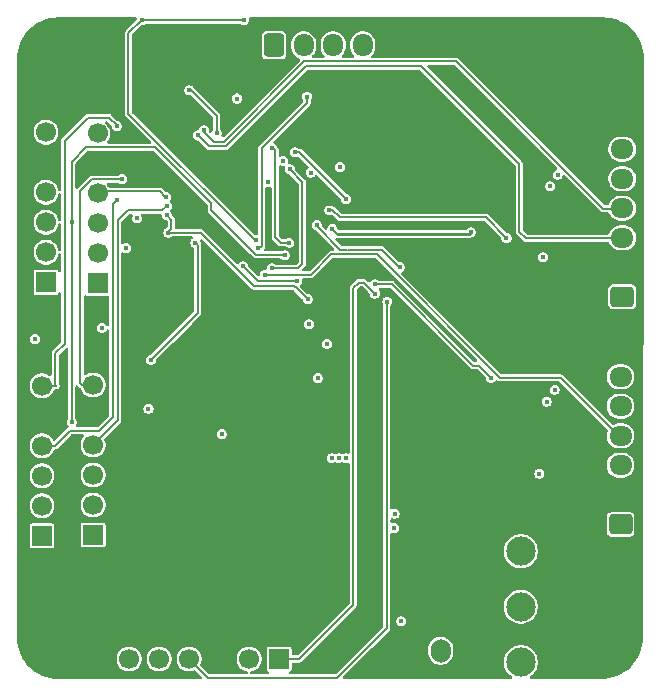
<source format=gbr>
%TF.GenerationSoftware,KiCad,Pcbnew,9.0.2*%
%TF.CreationDate,2025-10-13T17:17:29+02:00*%
%TF.ProjectId,Projet_Robot,50726f6a-6574-45f5-926f-626f742e6b69,rev?*%
%TF.SameCoordinates,Original*%
%TF.FileFunction,Copper,L4,Bot*%
%TF.FilePolarity,Positive*%
%FSLAX46Y46*%
G04 Gerber Fmt 4.6, Leading zero omitted, Abs format (unit mm)*
G04 Created by KiCad (PCBNEW 9.0.2) date 2025-10-13 17:17:29*
%MOMM*%
%LPD*%
G01*
G04 APERTURE LIST*
G04 Aperture macros list*
%AMRoundRect*
0 Rectangle with rounded corners*
0 $1 Rounding radius*
0 $2 $3 $4 $5 $6 $7 $8 $9 X,Y pos of 4 corners*
0 Add a 4 corners polygon primitive as box body*
4,1,4,$2,$3,$4,$5,$6,$7,$8,$9,$2,$3,0*
0 Add four circle primitives for the rounded corners*
1,1,$1+$1,$2,$3*
1,1,$1+$1,$4,$5*
1,1,$1+$1,$6,$7*
1,1,$1+$1,$8,$9*
0 Add four rect primitives between the rounded corners*
20,1,$1+$1,$2,$3,$4,$5,0*
20,1,$1+$1,$4,$5,$6,$7,0*
20,1,$1+$1,$6,$7,$8,$9,0*
20,1,$1+$1,$8,$9,$2,$3,0*%
G04 Aperture macros list end*
%TA.AperFunction,ComponentPad*%
%ADD10O,1.950000X1.700000*%
%TD*%
%TA.AperFunction,ComponentPad*%
%ADD11RoundRect,0.250000X0.725000X-0.600000X0.725000X0.600000X-0.725000X0.600000X-0.725000X-0.600000X0*%
%TD*%
%TA.AperFunction,ComponentPad*%
%ADD12R,1.700000X1.700000*%
%TD*%
%TA.AperFunction,ComponentPad*%
%ADD13C,1.700000*%
%TD*%
%TA.AperFunction,ComponentPad*%
%ADD14C,0.800000*%
%TD*%
%TA.AperFunction,ComponentPad*%
%ADD15C,6.400000*%
%TD*%
%TA.AperFunction,ComponentPad*%
%ADD16C,2.480000*%
%TD*%
%TA.AperFunction,ComponentPad*%
%ADD17RoundRect,0.250000X-0.600000X-0.725000X0.600000X-0.725000X0.600000X0.725000X-0.600000X0.725000X0*%
%TD*%
%TA.AperFunction,ComponentPad*%
%ADD18O,1.700000X1.950000*%
%TD*%
%TA.AperFunction,ComponentPad*%
%ADD19RoundRect,0.250000X-0.600000X-0.750000X0.600000X-0.750000X0.600000X0.750000X-0.600000X0.750000X0*%
%TD*%
%TA.AperFunction,ComponentPad*%
%ADD20O,1.700000X2.000000*%
%TD*%
%TA.AperFunction,ViaPad*%
%ADD21C,0.450000*%
%TD*%
%TA.AperFunction,Conductor*%
%ADD22C,0.200000*%
%TD*%
%TA.AperFunction,Conductor*%
%ADD23C,0.250000*%
%TD*%
G04 APERTURE END LIST*
D10*
%TO.P,Motor2,6,Pin_6*%
%TO.N,/Moteur2/Motor1+*%
X184810000Y-78730000D03*
%TO.P,Motor2,5,Pin_5*%
%TO.N,+3.3V*%
X184810000Y-81230000D03*
%TO.P,Motor2,4,Pin_4*%
%TO.N,/Moteur2/ENC1_PH1*%
X184810000Y-83730000D03*
%TO.P,Motor2,3,Pin_3*%
%TO.N,/Moteur2/ENC1_PH2*%
X184810000Y-86230000D03*
%TO.P,Motor2,2,Pin_2*%
%TO.N,GND*%
X184810000Y-88730000D03*
D11*
%TO.P,Motor2,1,Pin_1*%
%TO.N,/Moteur2/Motor1-*%
X184810000Y-91230000D03*
%TD*%
D12*
%TO.P,TOF3,1,Pin_1*%
%TO.N,+3.3V*%
X140410000Y-90100000D03*
D13*
%TO.P,TOF3,2,Pin_2*%
%TO.N,/Capteurs/I2C1_SCL*%
X140410000Y-87560000D03*
%TO.P,TOF3,3,Pin_3*%
%TO.N,/Capteurs/I2C1_SDA*%
X140410000Y-85020000D03*
%TO.P,TOF3,4,Pin_4*%
%TO.N,/Capteurs/tof3_GPIO*%
X140410000Y-82480000D03*
%TO.P,TOF3,5,Pin_5*%
%TO.N,GND*%
X140410000Y-79940000D03*
%TO.P,TOF3,6,Pin_6*%
%TO.N,/Capteurs/TOF3_XSHUT*%
X140410000Y-77400000D03*
%TD*%
D12*
%TO.P,TOF1,1,Pin_1*%
%TO.N,+3.3V*%
X136020000Y-90000000D03*
D13*
%TO.P,TOF1,2,Pin_2*%
%TO.N,/Capteurs/I2C1_SCL*%
X136020000Y-87460000D03*
%TO.P,TOF1,3,Pin_3*%
%TO.N,/Capteurs/I2C1_SDA*%
X136020000Y-84920000D03*
%TO.P,TOF1,4,Pin_4*%
%TO.N,/Capteurs/tof1_GPIO*%
X136020000Y-82380000D03*
%TO.P,TOF1,5,Pin_5*%
%TO.N,GND*%
X136020000Y-79840000D03*
%TO.P,TOF1,6,Pin_6*%
%TO.N,/Capteurs/TOF1_XSHUT*%
X136020000Y-77300000D03*
%TD*%
D14*
%TO.P,H1,1,1*%
%TO.N,GND*%
X134600000Y-71000000D03*
X135302944Y-69302944D03*
X135302944Y-72697056D03*
X137000000Y-68600000D03*
D15*
X137000000Y-71000000D03*
D14*
X137000000Y-73400000D03*
X138697056Y-69302944D03*
X138697056Y-72697056D03*
X139400000Y-71000000D03*
%TD*%
D16*
%TO.P,S1,1,1*%
%TO.N,unconnected-(S1-Pad1)*%
X176230000Y-122170000D03*
%TO.P,S1,2,2*%
%TO.N,+VBAT*%
X176230000Y-117470000D03*
%TO.P,S1,3,3*%
%TO.N,Net-(J1-Pin_2)*%
X176230000Y-112770000D03*
%TD*%
D12*
%TO.P,TOF4,1,Pin_1*%
%TO.N,+3.3V*%
X140010000Y-111400000D03*
D13*
%TO.P,TOF4,2,Pin_2*%
%TO.N,/Capteurs/I2C1_SCL*%
X140010000Y-108860000D03*
%TO.P,TOF4,3,Pin_3*%
%TO.N,/Capteurs/I2C1_SDA*%
X140010000Y-106320000D03*
%TO.P,TOF4,4,Pin_4*%
%TO.N,/Capteurs/tof4_GPIO*%
X140010000Y-103780000D03*
%TO.P,TOF4,5,Pin_5*%
%TO.N,GND*%
X140010000Y-101240000D03*
%TO.P,TOF4,6,Pin_6*%
%TO.N,/Capteurs/TOF4_XSHUT*%
X140010000Y-98700000D03*
%TD*%
D12*
%TO.P,TOF2,1,Pin_1*%
%TO.N,+3.3V*%
X135690000Y-111470000D03*
D13*
%TO.P,TOF2,2,Pin_2*%
%TO.N,/Capteurs/I2C1_SCL*%
X135690000Y-108930000D03*
%TO.P,TOF2,3,Pin_3*%
%TO.N,/Capteurs/I2C1_SDA*%
X135690000Y-106390000D03*
%TO.P,TOF2,4,Pin_4*%
%TO.N,/Capteurs/tof2_GPIO*%
X135690000Y-103850000D03*
%TO.P,TOF2,5,Pin_5*%
%TO.N,GND*%
X135690000Y-101310000D03*
%TO.P,TOF2,6,Pin_6*%
%TO.N,/Capteurs/TOF2_XSHUT*%
X135690000Y-98770000D03*
%TD*%
D14*
%TO.P,H3,1,1*%
%TO.N,GND*%
X134600000Y-120000000D03*
X135302944Y-118302944D03*
X135302944Y-121697056D03*
X137000000Y-117600000D03*
D15*
X137000000Y-120000000D03*
D14*
X137000000Y-122400000D03*
X138697056Y-118302944D03*
X138697056Y-121697056D03*
X139400000Y-120000000D03*
%TD*%
%TO.P,H2,1,1*%
%TO.N,GND*%
X180600000Y-71000000D03*
X181302944Y-69302944D03*
X181302944Y-72697056D03*
X183000000Y-68600000D03*
D15*
X183000000Y-71000000D03*
D14*
X183000000Y-73400000D03*
X184697056Y-69302944D03*
X184697056Y-72697056D03*
X185400000Y-71000000D03*
%TD*%
%TO.P,H4,1,1*%
%TO.N,GND*%
X180600000Y-120000000D03*
X181302944Y-118302944D03*
X181302944Y-121697056D03*
X183000000Y-117600000D03*
D15*
X183000000Y-120000000D03*
D14*
X183000000Y-122400000D03*
X184697056Y-118302944D03*
X184697056Y-121697056D03*
X185400000Y-120000000D03*
%TD*%
D11*
%TO.P,Motor1,1,Pin_1*%
%TO.N,/Moteur1/Motor1-*%
X184670000Y-110500000D03*
D10*
%TO.P,Motor1,2,Pin_2*%
%TO.N,GND*%
X184670000Y-108000000D03*
%TO.P,Motor1,3,Pin_3*%
%TO.N,/Moteur1/ENC1_PH2*%
X184670000Y-105500000D03*
%TO.P,Motor1,4,Pin_4*%
%TO.N,/Moteur1/ENC1_PH1*%
X184670000Y-103000000D03*
%TO.P,Motor1,5,Pin_5*%
%TO.N,+3.3V*%
X184670000Y-100500000D03*
%TO.P,Motor1,6,Pin_6*%
%TO.N,/Moteur1/Motor1+*%
X184670000Y-98000000D03*
%TD*%
D17*
%TO.P,Lidar1,1,Pin_1*%
%TO.N,+5V*%
X155330000Y-69930000D03*
D18*
%TO.P,Lidar1,2,Pin_2*%
%TO.N,/Capteurs/LIDAR_USART2_RX*%
X157830000Y-69930000D03*
%TO.P,Lidar1,3,Pin_3*%
%TO.N,unconnected-(Lidar1-Pin_3-Pad3)*%
X160330000Y-69930000D03*
%TO.P,Lidar1,4,Pin_4*%
%TO.N,/Capteurs/M_CTR*%
X162830000Y-69930000D03*
%TO.P,Lidar1,5,Pin_5*%
%TO.N,GND*%
X165330000Y-69930000D03*
%TD*%
D19*
%TO.P,J1,1,Pin_1*%
%TO.N,GND*%
X166930000Y-121200000D03*
D20*
%TO.P,J1,2,Pin_2*%
%TO.N,Net-(J1-Pin_2)*%
X169430000Y-121200000D03*
%TD*%
D12*
%TO.P,Bluetooth1,1,Pin_1*%
%TO.N,/Capteurs/Bluetooth_En*%
X155760000Y-121900000D03*
D13*
%TO.P,Bluetooth1,2,Pin_2*%
%TO.N,+5V*%
X153220000Y-121900000D03*
%TO.P,Bluetooth1,3,Pin_3*%
%TO.N,GND*%
X150680000Y-121900000D03*
%TO.P,Bluetooth1,4,Pin_4*%
%TO.N,/Capteurs/Bluetooth_USART3_RX*%
X148140000Y-121900000D03*
%TO.P,Bluetooth1,5,Pin_5*%
%TO.N,/Capteurs/Bluetooth_USART3_TX*%
X145600000Y-121900000D03*
%TO.P,Bluetooth1,6,Pin_6*%
%TO.N,unconnected-(Bluetooth1-Pin_6-Pad6)*%
X143060000Y-121900000D03*
%TD*%
D21*
%TO.N,GND*%
X151667268Y-70007732D03*
%TO.N,/Capteurs/TOF4_XSHUT*%
X142450000Y-81268000D03*
%TO.N,/\u00B5controlleur/NRST*%
X152750000Y-67795000D03*
%TO.N,GND*%
X178750000Y-83380000D03*
X164775000Y-85350000D03*
X180150000Y-85380000D03*
X162549000Y-94400000D03*
X177000000Y-103600000D03*
X177000000Y-101600000D03*
X180150000Y-83380000D03*
X158300000Y-96700000D03*
X150975000Y-88425000D03*
X178460000Y-96760000D03*
X179900000Y-103600000D03*
X180150000Y-84380000D03*
X149500000Y-92600000D03*
X179900000Y-102600000D03*
X167025000Y-68975000D03*
X177250000Y-85380000D03*
X153450000Y-74757718D03*
X160600000Y-100000000D03*
X147000000Y-92800000D03*
X151700000Y-90700000D03*
X142425000Y-80200000D03*
X157400000Y-74290000D03*
X156175707Y-82425706D03*
X181630000Y-105480000D03*
X177270000Y-79370000D03*
X177250000Y-83380000D03*
X181700000Y-107950000D03*
X178650000Y-85280000D03*
X153410000Y-101900000D03*
X148700000Y-94000000D03*
X177250000Y-84380000D03*
X178452500Y-102620000D03*
X181810000Y-87170000D03*
X178702500Y-84400000D03*
X179900000Y-101600000D03*
X150660000Y-82260000D03*
X160025000Y-83000000D03*
X157700000Y-95000000D03*
X143375000Y-89150000D03*
X178400000Y-103500000D03*
X136400000Y-94850000D03*
X177000000Y-102600000D03*
X178500000Y-101600000D03*
X157891268Y-80158732D03*
X164200000Y-113200000D03*
%TO.N,/Capteurs/Bluetooth_USART3_RX*%
X161425000Y-82950000D03*
X164924304Y-91634717D03*
X157070438Y-78990002D03*
%TO.N,/Capteurs/Bluetooth_En*%
X163863082Y-90954036D03*
%TO.N,/Capteurs/Bluetooth_USART3_TX*%
X155124531Y-88825000D03*
X156675000Y-80450000D03*
%TO.N,+5V*%
X160200000Y-104900000D03*
X160800000Y-104900000D03*
X161400000Y-104900000D03*
%TO.N,/\u00B5controlleur/NRST*%
X144125000Y-67795000D03*
X153779451Y-86452281D03*
X157300000Y-89875000D03*
X152733732Y-88666268D03*
%TO.N,+3.3V*%
X144700000Y-100700000D03*
X154800000Y-81510000D03*
X156120000Y-79725000D03*
X143725000Y-84600000D03*
X142800000Y-87100000D03*
X160900000Y-80250000D03*
X158300000Y-93570000D03*
X135075000Y-94800000D03*
X150900000Y-102850000D03*
X140775000Y-93850000D03*
X159025000Y-98100000D03*
X158441268Y-80708732D03*
X152200000Y-74445000D03*
X159800000Y-95200000D03*
%TO.N,+VBAT*%
X178100000Y-87900000D03*
X166100000Y-118700000D03*
X177800000Y-106200000D03*
X178400000Y-100100000D03*
X165540000Y-109600000D03*
X165480000Y-110800000D03*
X179087500Y-99100000D03*
X179337500Y-80900000D03*
X178722482Y-81880018D03*
%TO.N,/\u00B5controlleur/STATUS_SOURIS_LED*%
X144900000Y-96556000D03*
X148678395Y-86641825D03*
%TO.N,/Capteurs/I2C1_SDA*%
X156225000Y-87725000D03*
X138200000Y-101835000D03*
X138200000Y-84920000D03*
%TO.N,/Capteurs/I2C1_SCL*%
X146379000Y-85791000D03*
X158170000Y-91420000D03*
X146233369Y-84303369D03*
%TO.N,/Capteurs/ACC_INT2*%
X155139258Y-78609000D03*
X156625000Y-86649995D03*
%TO.N,/\u00B5controlleur/VCP_TX*%
X148165251Y-73754647D03*
X150466232Y-77376232D03*
%TO.N,/Capteurs/LIDAR_USART2_RX*%
X153999287Y-87132241D03*
X158130707Y-74276830D03*
%TO.N,/Moteur1/PWM_Mot1_CH2*%
X158933647Y-85149000D03*
X165976232Y-88723768D03*
%TO.N,/Moteur1/PWM_Mot1_CH1*%
X173700000Y-98075000D03*
X163867000Y-90182075D03*
%TO.N,/Moteur2/PWM_Mot1_CH1*%
X171975000Y-85775000D03*
X160275000Y-85487764D03*
%TO.N,/Moteur2/PWM_Mot1_CH2*%
X175010000Y-86260000D03*
X160024000Y-83900000D03*
%TO.N,/Moteur1/ENC1_PH1*%
X154550000Y-89350000D03*
%TO.N,/Moteur2/ENC1_PH1*%
X149386880Y-77145599D03*
%TO.N,/Moteur2/ENC1_PH2*%
X148880000Y-77560000D03*
%TO.N,/Capteurs/tof2_GPIO*%
X142020000Y-83020000D03*
%TO.N,/Capteurs/tof3_GPIO*%
X146190000Y-82748461D03*
%TO.N,/Capteurs/tof4_GPIO*%
X146291790Y-83529327D03*
%TO.N,/Capteurs/TOF2_XSHUT*%
X142003550Y-76774000D03*
%TD*%
D22*
%TO.N,/Capteurs/tof2_GPIO*%
X141690000Y-83350000D02*
X142020000Y-83020000D01*
X140535760Y-102580000D02*
X141690000Y-101425760D01*
X141690000Y-101425760D02*
X141690000Y-83350000D01*
X138030000Y-102580000D02*
X140535760Y-102580000D01*
X136760000Y-103850000D02*
X138030000Y-102580000D01*
X135690000Y-103850000D02*
X136760000Y-103850000D01*
%TO.N,/Capteurs/tof4_GPIO*%
X146263534Y-83529327D02*
X146291790Y-83529327D01*
X145882861Y-83910000D02*
X146263534Y-83529327D01*
X142091000Y-101699000D02*
X140010000Y-103780000D01*
X142091000Y-84759000D02*
X142091000Y-101699000D01*
X145882861Y-83910000D02*
X142940000Y-83910000D01*
X142940000Y-83910000D02*
X142091000Y-84759000D01*
%TO.N,/Capteurs/I2C1_SDA*%
X156159243Y-87659243D02*
X156225000Y-87725000D01*
X153782410Y-87659243D02*
X156159243Y-87659243D01*
X153474287Y-87351120D02*
X153782410Y-87659243D01*
X150030000Y-83317100D02*
X150030000Y-83912751D01*
X150030000Y-83912751D02*
X153468369Y-87351120D01*
X145272900Y-78560000D02*
X150030000Y-83317100D01*
X153468369Y-87351120D02*
X153474287Y-87351120D01*
X139440000Y-78560000D02*
X145272900Y-78560000D01*
X138200000Y-79800000D02*
X139440000Y-78560000D01*
X138200000Y-84920000D02*
X138200000Y-79800000D01*
%TO.N,/Capteurs/LIDAR_USART2_RX*%
X154305451Y-78610672D02*
X158130707Y-74785416D01*
X154305451Y-81260672D02*
X154305451Y-78610672D01*
X154274000Y-81292123D02*
X154305451Y-81260672D01*
X154305451Y-81759328D02*
X154274000Y-81727877D01*
X154305451Y-86894549D02*
X154305451Y-81759328D01*
X158130707Y-74785416D02*
X158130707Y-74276830D01*
X154000289Y-87133243D02*
X154066757Y-87133243D01*
X154066757Y-87133243D02*
X154305451Y-86894549D01*
X153999287Y-87132241D02*
X154000289Y-87133243D01*
X154274000Y-81727877D02*
X154274000Y-81292123D01*
%TO.N,/Moteur1/PWM_Mot1_CH1*%
X172675000Y-97050000D02*
X173700000Y-98075000D01*
X165332075Y-90182075D02*
X172200000Y-97050000D01*
X172200000Y-97050000D02*
X172675000Y-97050000D01*
X163867000Y-90182075D02*
X165332075Y-90182075D01*
%TO.N,/Moteur1/ENC1_PH1*%
X158475000Y-89350000D02*
X154550000Y-89350000D01*
X160174585Y-87650415D02*
X158475000Y-89350000D01*
X161668515Y-87648000D02*
X161666100Y-87650415D01*
X164018000Y-87648000D02*
X161668515Y-87648000D01*
X174470000Y-98100000D02*
X164018000Y-87648000D01*
X161666100Y-87650415D02*
X160174585Y-87650415D01*
X179590000Y-98100000D02*
X174470000Y-98100000D01*
X184550000Y-103060000D02*
X179590000Y-98100000D01*
%TO.N,/Capteurs/TOF2_XSHUT*%
X136800000Y-98690000D02*
X136880000Y-98770000D01*
X136800000Y-96032050D02*
X136800000Y-98690000D01*
X137601000Y-95231050D02*
X136800000Y-96032050D01*
X137601000Y-78011900D02*
X137601000Y-95231050D01*
X141371386Y-76074286D02*
X139538614Y-76074286D01*
X142003550Y-76706450D02*
X141371386Y-76074286D01*
X142003550Y-76774000D02*
X142003550Y-76706450D01*
X139538614Y-76074286D02*
X137601000Y-78011900D01*
X136880000Y-98770000D02*
X135690000Y-98770000D01*
%TO.N,/Capteurs/I2C1_SCL*%
X157151000Y-90401000D02*
X158170000Y-91420000D01*
X157006123Y-90325000D02*
X157082123Y-90401000D01*
X153650000Y-90325000D02*
X157006123Y-90325000D01*
X152515855Y-89192268D02*
X152517268Y-89192268D01*
X152517268Y-89192268D02*
X153650000Y-90325000D01*
X157082123Y-90401000D02*
X157151000Y-90401000D01*
X152207732Y-88884145D02*
X152515855Y-89192268D01*
X149116000Y-85791000D02*
X152207732Y-88882732D01*
X152207732Y-88882732D02*
X152207732Y-88884145D01*
X146379000Y-85791000D02*
X149116000Y-85791000D01*
%TO.N,/\u00B5controlleur/NRST*%
X153942464Y-89875000D02*
X152733732Y-88666268D01*
X157300000Y-89875000D02*
X153942464Y-89875000D01*
%TO.N,/Capteurs/Bluetooth_USART3_RX*%
X149720022Y-123480022D02*
X148140000Y-121900000D01*
X160635474Y-123489526D02*
X149720022Y-123480022D01*
X164875000Y-119250000D02*
X160635474Y-123489526D01*
X164875000Y-91666000D02*
X164875000Y-119250000D01*
X164906283Y-91634717D02*
X164875000Y-91666000D01*
X164924304Y-91634717D02*
X164906283Y-91634717D01*
%TO.N,/Capteurs/Bluetooth_En*%
X157440000Y-121900000D02*
X155760000Y-121900000D01*
X162024000Y-117316000D02*
X157440000Y-121900000D01*
X162024000Y-90500999D02*
X162024000Y-117316000D01*
X162487318Y-90037681D02*
X162024000Y-90500999D01*
X163120050Y-90211004D02*
X162946727Y-90037681D01*
X163428173Y-90529950D02*
X163120050Y-90221827D01*
X163438996Y-90529950D02*
X163428173Y-90529950D01*
X163120050Y-90221827D02*
X163120050Y-90211004D01*
X162946727Y-90037681D02*
X162487318Y-90037681D01*
X163863082Y-90954036D02*
X163438996Y-90529950D01*
%TO.N,/Capteurs/TOF4_XSHUT*%
X139080000Y-98700000D02*
X140010000Y-98700000D01*
X138921000Y-82250000D02*
X138921000Y-98541000D01*
X139903000Y-81268000D02*
X138921000Y-82250000D01*
X142450000Y-81268000D02*
X139903000Y-81268000D01*
X138921000Y-98541000D02*
X139080000Y-98700000D01*
%TO.N,/Moteur2/ENC1_PH2*%
X158030000Y-71695000D02*
X151238000Y-78487000D01*
X176100000Y-80000000D02*
X167795000Y-71695000D01*
X149807000Y-78487000D02*
X148880000Y-77560000D01*
X176100000Y-85740000D02*
X176100000Y-80000000D01*
X176640000Y-86280000D02*
X176100000Y-85740000D01*
X184990000Y-86280000D02*
X176640000Y-86280000D01*
X167795000Y-71695000D02*
X158030000Y-71695000D01*
X151238000Y-78487000D02*
X149807000Y-78487000D01*
%TO.N,/Capteurs/tof3_GPIO*%
X145690000Y-82300000D02*
X140590000Y-82300000D01*
X146138461Y-82748461D02*
X145690000Y-82300000D01*
X146190000Y-82748461D02*
X146138461Y-82748461D01*
%TO.N,/Capteurs/I2C1_SCL*%
X146625000Y-84695000D02*
X146233369Y-84303369D01*
X146625000Y-85483808D02*
X146625000Y-84695000D01*
X146379000Y-85729808D02*
X146625000Y-85483808D01*
X146379000Y-85791000D02*
X146379000Y-85729808D01*
D23*
%TO.N,/Moteur2/PWM_Mot1_CH1*%
X171849000Y-85901000D02*
X171975000Y-85775000D01*
X160688236Y-85901000D02*
X171849000Y-85901000D01*
D22*
X160275000Y-85487764D02*
X160688236Y-85901000D01*
%TO.N,/Moteur2/PWM_Mot1_CH2*%
X173250000Y-84500000D02*
X175010000Y-86260000D01*
X160875000Y-84500000D02*
X173250000Y-84500000D01*
X160275000Y-83900000D02*
X160875000Y-84500000D01*
X160024000Y-83900000D02*
X160275000Y-83900000D01*
%TO.N,/Capteurs/ACC_INT2*%
X155897531Y-86649995D02*
X156625000Y-86649995D01*
X155420000Y-86172464D02*
X155897531Y-86649995D01*
X155139258Y-78609000D02*
X155232803Y-78609000D01*
X155232803Y-78609000D02*
X155420000Y-78796197D01*
X155420000Y-78796197D02*
X155420000Y-86172464D01*
%TO.N,/Capteurs/Bluetooth_USART3_RX*%
X157070438Y-78990002D02*
X157465002Y-78990002D01*
X157465002Y-78990002D02*
X161425000Y-82950000D01*
%TO.N,/\u00B5controlleur/NRST*%
X143004000Y-68916000D02*
X144125000Y-67795000D01*
X143004000Y-75724000D02*
X143004000Y-68916000D01*
X153732281Y-86452281D02*
X143004000Y-75724000D01*
X153779451Y-86452281D02*
X153732281Y-86452281D01*
%TO.N,/Capteurs/Bluetooth_USART3_TX*%
X157725000Y-81500000D02*
X156675000Y-80450000D01*
X157725000Y-88439588D02*
X157725000Y-81500000D01*
X157339588Y-88825000D02*
X157725000Y-88439588D01*
X155124531Y-88825000D02*
X157339588Y-88825000D01*
%TO.N,/Moteur2/ENC1_PH1*%
X183220000Y-83780000D02*
X184990000Y-83780000D01*
X157863900Y-71294000D02*
X170734000Y-71294000D01*
X151071900Y-78086000D02*
X157863900Y-71294000D01*
X150217123Y-78086000D02*
X151071900Y-78086000D01*
X149386346Y-77255223D02*
X150217123Y-78086000D01*
X149386880Y-77145599D02*
X149386346Y-77146133D01*
X149386346Y-77146133D02*
X149386346Y-77255223D01*
X170734000Y-71294000D02*
X183220000Y-83780000D01*
%TO.N,/\u00B5controlleur/VCP_TX*%
X148304647Y-73754647D02*
X148165251Y-73754647D01*
X150466232Y-75916232D02*
X148304647Y-73754647D01*
X150466232Y-77376232D02*
X150466232Y-75916232D01*
%TO.N,/\u00B5controlleur/NRST*%
X152750000Y-67795000D02*
X144125000Y-67795000D01*
%TO.N,/\u00B5controlleur/STATUS_SOURIS_LED*%
X144900000Y-96556000D02*
X144914000Y-96556000D01*
X148860000Y-86823430D02*
X148678395Y-86641825D01*
X148860000Y-92610000D02*
X148860000Y-86823430D01*
X144914000Y-96556000D02*
X148860000Y-92610000D01*
%TO.N,/Capteurs/I2C1_SDA*%
X138200000Y-84920000D02*
X138200000Y-101835000D01*
%TO.N,/Moteur1/PWM_Mot1_CH2*%
X158933647Y-85149000D02*
X158933647Y-85233647D01*
X158933647Y-85233647D02*
X160949415Y-87249415D01*
X164472000Y-87247000D02*
X161575000Y-87247000D01*
X165976232Y-88723768D02*
X165948768Y-88723768D01*
X160949415Y-87249415D02*
X161500000Y-87249415D01*
X165948768Y-88723768D02*
X164472000Y-87247000D01*
%TD*%
%TA.AperFunction,Conductor*%
%TO.N,GND*%
G36*
X183202579Y-67570649D02*
G01*
X183224113Y-67571706D01*
X183511033Y-67585793D01*
X183523122Y-67586983D01*
X183850788Y-67635578D01*
X183862709Y-67637948D01*
X184184056Y-67718432D01*
X184195695Y-67721963D01*
X184507573Y-67833547D01*
X184518811Y-67838202D01*
X184545908Y-67851017D01*
X184818276Y-67979831D01*
X184828991Y-67985558D01*
X185113124Y-68155854D01*
X185123226Y-68162603D01*
X185345785Y-68327659D01*
X185389300Y-68359931D01*
X185398705Y-68367649D01*
X185521426Y-68478875D01*
X185644146Y-68590099D01*
X185652751Y-68598704D01*
X185697695Y-68648291D01*
X185837197Y-68802206D01*
X185875205Y-68844140D01*
X185882925Y-68853547D01*
X186080247Y-69119602D01*
X186087008Y-69129720D01*
X186257302Y-69413836D01*
X186263039Y-69424568D01*
X186404667Y-69724014D01*
X186409324Y-69735257D01*
X186520918Y-70047145D01*
X186524450Y-70058790D01*
X186604933Y-70380105D01*
X186607307Y-70392040D01*
X186655908Y-70719698D01*
X186657101Y-70731809D01*
X186673419Y-71064060D01*
X186673568Y-71070143D01*
X186673568Y-71104354D01*
X186564283Y-119960409D01*
X186564117Y-119962909D01*
X186564117Y-120032334D01*
X186563968Y-120038407D01*
X186547268Y-120378992D01*
X186546080Y-120391080D01*
X186496586Y-120725378D01*
X186494221Y-120737292D01*
X186412255Y-121065153D01*
X186408735Y-121076778D01*
X186295091Y-121395029D01*
X186290451Y-121406255D01*
X186146208Y-121711874D01*
X186140492Y-121722591D01*
X185967042Y-122012630D01*
X185960304Y-122022737D01*
X185759317Y-122294403D01*
X185751624Y-122303802D01*
X185525008Y-122554517D01*
X185516431Y-122563118D01*
X185266390Y-122790443D01*
X185257014Y-122798164D01*
X184985911Y-122999951D01*
X184975823Y-123006717D01*
X184686300Y-123180997D01*
X184675600Y-123186744D01*
X184370403Y-123331868D01*
X184359191Y-123336541D01*
X184041256Y-123451110D01*
X184029641Y-123454663D01*
X183702031Y-123537574D01*
X183690124Y-123539974D01*
X183355966Y-123590437D01*
X183343881Y-123591660D01*
X183003650Y-123609329D01*
X182997111Y-123609496D01*
X177088034Y-123604351D01*
X177021012Y-123584608D01*
X176975303Y-123531764D01*
X176965420Y-123462597D01*
X176994500Y-123399067D01*
X177015251Y-123380036D01*
X177168423Y-123268752D01*
X177328752Y-123108423D01*
X177462026Y-122924986D01*
X177564963Y-122722960D01*
X177635030Y-122507318D01*
X177670500Y-122283370D01*
X177670500Y-122056630D01*
X177635030Y-121832682D01*
X177564963Y-121617040D01*
X177462026Y-121415014D01*
X177462024Y-121415011D01*
X177462023Y-121415009D01*
X177328757Y-121231583D01*
X177328753Y-121231578D01*
X177168421Y-121071246D01*
X177168416Y-121071242D01*
X176984990Y-120937976D01*
X176782962Y-120835038D01*
X176782961Y-120835037D01*
X176782960Y-120835037D01*
X176567318Y-120764970D01*
X176567316Y-120764969D01*
X176567315Y-120764969D01*
X176392567Y-120737292D01*
X176343370Y-120729500D01*
X176116630Y-120729500D01*
X176067433Y-120737292D01*
X175892685Y-120764969D01*
X175677037Y-120835038D01*
X175475009Y-120937976D01*
X175291583Y-121071242D01*
X175291578Y-121071246D01*
X175131246Y-121231578D01*
X175131242Y-121231583D01*
X174997976Y-121415009D01*
X174895038Y-121617037D01*
X174824969Y-121832685D01*
X174797920Y-122003466D01*
X174789500Y-122056630D01*
X174789500Y-122283370D01*
X174792736Y-122303802D01*
X174822529Y-122491910D01*
X174824970Y-122507318D01*
X174892767Y-122715975D01*
X174895038Y-122722962D01*
X174997976Y-122924990D01*
X175131242Y-123108416D01*
X175131246Y-123108421D01*
X175291578Y-123268753D01*
X175291583Y-123268757D01*
X175442681Y-123378536D01*
X175485347Y-123433866D01*
X175491326Y-123503479D01*
X175458721Y-123565274D01*
X175397882Y-123599631D01*
X175369688Y-123602854D01*
X161258655Y-123590568D01*
X161191633Y-123570825D01*
X161145924Y-123517981D01*
X161136041Y-123448814D01*
X161165121Y-123385284D01*
X161171067Y-123378902D01*
X163603440Y-120946530D01*
X168379500Y-120946530D01*
X168379500Y-121453469D01*
X168419868Y-121656412D01*
X168419870Y-121656420D01*
X168499058Y-121847596D01*
X168614024Y-122019657D01*
X168760342Y-122165975D01*
X168760345Y-122165977D01*
X168932402Y-122280941D01*
X169123580Y-122360130D01*
X169311936Y-122397596D01*
X169326530Y-122400499D01*
X169326534Y-122400500D01*
X169326535Y-122400500D01*
X169533466Y-122400500D01*
X169533467Y-122400499D01*
X169736420Y-122360130D01*
X169927598Y-122280941D01*
X170099655Y-122165977D01*
X170245977Y-122019655D01*
X170360941Y-121847598D01*
X170440130Y-121656420D01*
X170480500Y-121453465D01*
X170480500Y-120946535D01*
X170440130Y-120743580D01*
X170360941Y-120552402D01*
X170245977Y-120380345D01*
X170245975Y-120380342D01*
X170099657Y-120234024D01*
X170013626Y-120176541D01*
X169927598Y-120119059D01*
X169736420Y-120039870D01*
X169736412Y-120039868D01*
X169533469Y-119999500D01*
X169533465Y-119999500D01*
X169326535Y-119999500D01*
X169326530Y-119999500D01*
X169123587Y-120039868D01*
X169123579Y-120039870D01*
X168932403Y-120119058D01*
X168760342Y-120234024D01*
X168614024Y-120380342D01*
X168499058Y-120552403D01*
X168419870Y-120743579D01*
X168419868Y-120743587D01*
X168379500Y-120946530D01*
X163603440Y-120946530D01*
X165115460Y-119434511D01*
X165155021Y-119365989D01*
X165175500Y-119289562D01*
X165175500Y-118643982D01*
X165674500Y-118643982D01*
X165674500Y-118756018D01*
X165703497Y-118864237D01*
X165759515Y-118961263D01*
X165838737Y-119040485D01*
X165935763Y-119096503D01*
X166043982Y-119125500D01*
X166043984Y-119125500D01*
X166156016Y-119125500D01*
X166156018Y-119125500D01*
X166264237Y-119096503D01*
X166361263Y-119040485D01*
X166440485Y-118961263D01*
X166496503Y-118864237D01*
X166525500Y-118756018D01*
X166525500Y-118643982D01*
X166496503Y-118535763D01*
X166440485Y-118438737D01*
X166361263Y-118359515D01*
X166264237Y-118303497D01*
X166156018Y-118274500D01*
X166043982Y-118274500D01*
X165935763Y-118303497D01*
X165935760Y-118303498D01*
X165838740Y-118359513D01*
X165838734Y-118359517D01*
X165759517Y-118438734D01*
X165759513Y-118438740D01*
X165703498Y-118535760D01*
X165703497Y-118535763D01*
X165674500Y-118643982D01*
X165175500Y-118643982D01*
X165175500Y-117356630D01*
X174789500Y-117356630D01*
X174789500Y-117583369D01*
X174824969Y-117807314D01*
X174895038Y-118022962D01*
X174997976Y-118224990D01*
X175131242Y-118408416D01*
X175131246Y-118408421D01*
X175291578Y-118568753D01*
X175291583Y-118568757D01*
X175475009Y-118702023D01*
X175475011Y-118702024D01*
X175475014Y-118702026D01*
X175677040Y-118804963D01*
X175892682Y-118875030D01*
X176116630Y-118910500D01*
X176116631Y-118910500D01*
X176343369Y-118910500D01*
X176343370Y-118910500D01*
X176567318Y-118875030D01*
X176782960Y-118804963D01*
X176984986Y-118702026D01*
X177168423Y-118568752D01*
X177328752Y-118408423D01*
X177462026Y-118224986D01*
X177564963Y-118022960D01*
X177635030Y-117807318D01*
X177670500Y-117583370D01*
X177670500Y-117356630D01*
X177635030Y-117132682D01*
X177564963Y-116917040D01*
X177462026Y-116715014D01*
X177462024Y-116715011D01*
X177462023Y-116715009D01*
X177328757Y-116531583D01*
X177328753Y-116531578D01*
X177168421Y-116371246D01*
X177168416Y-116371242D01*
X176984990Y-116237976D01*
X176782962Y-116135038D01*
X176782961Y-116135037D01*
X176782960Y-116135037D01*
X176567318Y-116064970D01*
X176567316Y-116064969D01*
X176567315Y-116064969D01*
X176395283Y-116037722D01*
X176343370Y-116029500D01*
X176116630Y-116029500D01*
X176064716Y-116037722D01*
X175892685Y-116064969D01*
X175677037Y-116135038D01*
X175475009Y-116237976D01*
X175291583Y-116371242D01*
X175291578Y-116371246D01*
X175131246Y-116531578D01*
X175131242Y-116531583D01*
X174997976Y-116715009D01*
X174895038Y-116917037D01*
X174824969Y-117132685D01*
X174789500Y-117356630D01*
X165175500Y-117356630D01*
X165175500Y-112656630D01*
X174789500Y-112656630D01*
X174789500Y-112883369D01*
X174824969Y-113107314D01*
X174895038Y-113322962D01*
X174997976Y-113524990D01*
X175131242Y-113708416D01*
X175131246Y-113708421D01*
X175291578Y-113868753D01*
X175291583Y-113868757D01*
X175475009Y-114002023D01*
X175475011Y-114002024D01*
X175475014Y-114002026D01*
X175677040Y-114104963D01*
X175892682Y-114175030D01*
X176116630Y-114210500D01*
X176116631Y-114210500D01*
X176343369Y-114210500D01*
X176343370Y-114210500D01*
X176567318Y-114175030D01*
X176782960Y-114104963D01*
X176984986Y-114002026D01*
X177168423Y-113868752D01*
X177328752Y-113708423D01*
X177462026Y-113524986D01*
X177564963Y-113322960D01*
X177635030Y-113107318D01*
X177670500Y-112883370D01*
X177670500Y-112656630D01*
X177635030Y-112432682D01*
X177564963Y-112217040D01*
X177462026Y-112015014D01*
X177462024Y-112015011D01*
X177462023Y-112015009D01*
X177328757Y-111831583D01*
X177328753Y-111831578D01*
X177168421Y-111671246D01*
X177168416Y-111671242D01*
X176984990Y-111537976D01*
X176782962Y-111435038D01*
X176782961Y-111435037D01*
X176782960Y-111435037D01*
X176567318Y-111364970D01*
X176567316Y-111364969D01*
X176567315Y-111364969D01*
X176395283Y-111337722D01*
X176343370Y-111329500D01*
X176116630Y-111329500D01*
X176064716Y-111337722D01*
X175892685Y-111364969D01*
X175677037Y-111435038D01*
X175475009Y-111537976D01*
X175291583Y-111671242D01*
X175291578Y-111671246D01*
X175131246Y-111831578D01*
X175131242Y-111831583D01*
X174997976Y-112015009D01*
X174895038Y-112217037D01*
X174824969Y-112432685D01*
X174789500Y-112656630D01*
X165175500Y-112656630D01*
X165175500Y-111320519D01*
X165195185Y-111253480D01*
X165247989Y-111207725D01*
X165317147Y-111197781D01*
X165331580Y-111200741D01*
X165423982Y-111225500D01*
X165423985Y-111225500D01*
X165536016Y-111225500D01*
X165536018Y-111225500D01*
X165644237Y-111196503D01*
X165741263Y-111140485D01*
X165820485Y-111061263D01*
X165876503Y-110964237D01*
X165905500Y-110856018D01*
X165905500Y-110743982D01*
X165876503Y-110635763D01*
X165820485Y-110538737D01*
X165741263Y-110459515D01*
X165647616Y-110405448D01*
X165644239Y-110403498D01*
X165644238Y-110403497D01*
X165644237Y-110403497D01*
X165536018Y-110374500D01*
X165423982Y-110374500D01*
X165423980Y-110374500D01*
X165331592Y-110399255D01*
X165306598Y-110398659D01*
X165281853Y-110402218D01*
X165272272Y-110397842D01*
X165261743Y-110397592D01*
X165241038Y-110383578D01*
X165218297Y-110373193D01*
X165212603Y-110364332D01*
X165203880Y-110358429D01*
X165194038Y-110335445D01*
X165180523Y-110314415D01*
X165178243Y-110298557D01*
X165176377Y-110294200D01*
X165175500Y-110279480D01*
X165175500Y-110095655D01*
X165195185Y-110028616D01*
X165247989Y-109982861D01*
X165317147Y-109972917D01*
X165361497Y-109988266D01*
X165375763Y-109996503D01*
X165483982Y-110025500D01*
X165483984Y-110025500D01*
X165596016Y-110025500D01*
X165596018Y-110025500D01*
X165704237Y-109996503D01*
X165801263Y-109940485D01*
X165880485Y-109861263D01*
X165889453Y-109845730D01*
X183494500Y-109845730D01*
X183494500Y-111154269D01*
X183497353Y-111184699D01*
X183497353Y-111184701D01*
X183542206Y-111312880D01*
X183542207Y-111312882D01*
X183622850Y-111422150D01*
X183732118Y-111502793D01*
X183774845Y-111517744D01*
X183860299Y-111547646D01*
X183890730Y-111550500D01*
X183890734Y-111550500D01*
X185449270Y-111550500D01*
X185479699Y-111547646D01*
X185479701Y-111547646D01*
X185543790Y-111525219D01*
X185607882Y-111502793D01*
X185717150Y-111422150D01*
X185797793Y-111312882D01*
X185837032Y-111200744D01*
X185842646Y-111184701D01*
X185842646Y-111184699D01*
X185845500Y-111154269D01*
X185845500Y-109845730D01*
X185842646Y-109815300D01*
X185842646Y-109815298D01*
X185797793Y-109687119D01*
X185797792Y-109687117D01*
X185717150Y-109577850D01*
X185607882Y-109497207D01*
X185607880Y-109497206D01*
X185479700Y-109452353D01*
X185449270Y-109449500D01*
X185449266Y-109449500D01*
X183890734Y-109449500D01*
X183890730Y-109449500D01*
X183860300Y-109452353D01*
X183860298Y-109452353D01*
X183732119Y-109497206D01*
X183732117Y-109497207D01*
X183622850Y-109577850D01*
X183542207Y-109687117D01*
X183542206Y-109687119D01*
X183497353Y-109815298D01*
X183497353Y-109815300D01*
X183494500Y-109845730D01*
X165889453Y-109845730D01*
X165936503Y-109764237D01*
X165965500Y-109656018D01*
X165965500Y-109543982D01*
X165936503Y-109435763D01*
X165880485Y-109338737D01*
X165801263Y-109259515D01*
X165718502Y-109211733D01*
X165704239Y-109203498D01*
X165704238Y-109203497D01*
X165704237Y-109203497D01*
X165596018Y-109174500D01*
X165483982Y-109174500D01*
X165375763Y-109203497D01*
X165375760Y-109203498D01*
X165361497Y-109211733D01*
X165293597Y-109228203D01*
X165227570Y-109205350D01*
X165184381Y-109150427D01*
X165175500Y-109104344D01*
X165175500Y-106143982D01*
X177374500Y-106143982D01*
X177374500Y-106256018D01*
X177403497Y-106364237D01*
X177459515Y-106461263D01*
X177538737Y-106540485D01*
X177635763Y-106596503D01*
X177743982Y-106625500D01*
X177743984Y-106625500D01*
X177856016Y-106625500D01*
X177856018Y-106625500D01*
X177964237Y-106596503D01*
X178061263Y-106540485D01*
X178140485Y-106461263D01*
X178196503Y-106364237D01*
X178225500Y-106256018D01*
X178225500Y-106143982D01*
X178196503Y-106035763D01*
X178140485Y-105938737D01*
X178061263Y-105859515D01*
X177964237Y-105803497D01*
X177856018Y-105774500D01*
X177743982Y-105774500D01*
X177635763Y-105803497D01*
X177635760Y-105803498D01*
X177538740Y-105859513D01*
X177538734Y-105859517D01*
X177459517Y-105938734D01*
X177459513Y-105938740D01*
X177403498Y-106035760D01*
X177403497Y-106035763D01*
X177374500Y-106143982D01*
X165175500Y-106143982D01*
X165175500Y-105396530D01*
X183494500Y-105396530D01*
X183494500Y-105603469D01*
X183534868Y-105806412D01*
X183534870Y-105806420D01*
X183589676Y-105938734D01*
X183614059Y-105997598D01*
X183639558Y-106035760D01*
X183729024Y-106169657D01*
X183875342Y-106315975D01*
X183875345Y-106315977D01*
X184047402Y-106430941D01*
X184238580Y-106510130D01*
X184391171Y-106540482D01*
X184441530Y-106550499D01*
X184441534Y-106550500D01*
X184441535Y-106550500D01*
X184898466Y-106550500D01*
X184898467Y-106550499D01*
X185101420Y-106510130D01*
X185292598Y-106430941D01*
X185464655Y-106315977D01*
X185610977Y-106169655D01*
X185725941Y-105997598D01*
X185805130Y-105806420D01*
X185845500Y-105603465D01*
X185845500Y-105396535D01*
X185805130Y-105193580D01*
X185725941Y-105002402D01*
X185610977Y-104830345D01*
X185610975Y-104830342D01*
X185464657Y-104684024D01*
X185371459Y-104621752D01*
X185292598Y-104569059D01*
X185101420Y-104489870D01*
X185101412Y-104489868D01*
X184898469Y-104449500D01*
X184898465Y-104449500D01*
X184441535Y-104449500D01*
X184441530Y-104449500D01*
X184238587Y-104489868D01*
X184238579Y-104489870D01*
X184047403Y-104569058D01*
X183875342Y-104684024D01*
X183729024Y-104830342D01*
X183614058Y-105002403D01*
X183534870Y-105193579D01*
X183534868Y-105193587D01*
X183494500Y-105396530D01*
X165175500Y-105396530D01*
X165175500Y-100043982D01*
X177974500Y-100043982D01*
X177974500Y-100156018D01*
X178003497Y-100264237D01*
X178059515Y-100361263D01*
X178138737Y-100440485D01*
X178235763Y-100496503D01*
X178343982Y-100525500D01*
X178343984Y-100525500D01*
X178456016Y-100525500D01*
X178456018Y-100525500D01*
X178564237Y-100496503D01*
X178661263Y-100440485D01*
X178740485Y-100361263D01*
X178796503Y-100264237D01*
X178825500Y-100156018D01*
X178825500Y-100043982D01*
X178796503Y-99935763D01*
X178740485Y-99838737D01*
X178661263Y-99759515D01*
X178596579Y-99722169D01*
X178564239Y-99703498D01*
X178564238Y-99703497D01*
X178564237Y-99703497D01*
X178456018Y-99674500D01*
X178343982Y-99674500D01*
X178235763Y-99703497D01*
X178235760Y-99703498D01*
X178138740Y-99759513D01*
X178138734Y-99759517D01*
X178059517Y-99838734D01*
X178059513Y-99838740D01*
X178003498Y-99935760D01*
X178003497Y-99935763D01*
X177974500Y-100043982D01*
X165175500Y-100043982D01*
X165175500Y-99043982D01*
X178662000Y-99043982D01*
X178662000Y-99156018D01*
X178690997Y-99264237D01*
X178747015Y-99361263D01*
X178826237Y-99440485D01*
X178923263Y-99496503D01*
X179031482Y-99525500D01*
X179031484Y-99525500D01*
X179143516Y-99525500D01*
X179143518Y-99525500D01*
X179251737Y-99496503D01*
X179348763Y-99440485D01*
X179427985Y-99361263D01*
X179484003Y-99264237D01*
X179513000Y-99156018D01*
X179513000Y-99043982D01*
X179484003Y-98935763D01*
X179427985Y-98838737D01*
X179348763Y-98759515D01*
X179251737Y-98703497D01*
X179143518Y-98674500D01*
X179031482Y-98674500D01*
X178923263Y-98703497D01*
X178923260Y-98703498D01*
X178826240Y-98759513D01*
X178826234Y-98759517D01*
X178747017Y-98838734D01*
X178747013Y-98838740D01*
X178690998Y-98935760D01*
X178690997Y-98935763D01*
X178662000Y-99043982D01*
X165175500Y-99043982D01*
X165175500Y-92036631D01*
X165195185Y-91969592D01*
X165211819Y-91948950D01*
X165264789Y-91895980D01*
X165320807Y-91798954D01*
X165349804Y-91690735D01*
X165349804Y-91578699D01*
X165320807Y-91470480D01*
X165264789Y-91373454D01*
X165185567Y-91294232D01*
X165088541Y-91238214D01*
X164980322Y-91209217D01*
X164868286Y-91209217D01*
X164760067Y-91238214D01*
X164760064Y-91238215D01*
X164663044Y-91294230D01*
X164663038Y-91294234D01*
X164583821Y-91373451D01*
X164583817Y-91373457D01*
X164527802Y-91470477D01*
X164527801Y-91470480D01*
X164498804Y-91578699D01*
X164498804Y-91690735D01*
X164527801Y-91798954D01*
X164554674Y-91845500D01*
X164557887Y-91851064D01*
X164574500Y-91913064D01*
X164574500Y-119074166D01*
X164554815Y-119141205D01*
X164538181Y-119161847D01*
X160547473Y-123152554D01*
X160486150Y-123186039D01*
X160459684Y-123188873D01*
X156706680Y-123185605D01*
X156639658Y-123165862D01*
X156593949Y-123113018D01*
X156584066Y-123043851D01*
X156613146Y-122980321D01*
X156671957Y-122942597D01*
X156682600Y-122939987D01*
X156688231Y-122938867D01*
X156754552Y-122894552D01*
X156798867Y-122828231D01*
X156798867Y-122828229D01*
X156798868Y-122828229D01*
X156810499Y-122769752D01*
X156810500Y-122769750D01*
X156810500Y-122324500D01*
X156830185Y-122257461D01*
X156882989Y-122211706D01*
X156934500Y-122200500D01*
X157479560Y-122200500D01*
X157479562Y-122200500D01*
X157555989Y-122180021D01*
X157624511Y-122140460D01*
X157680460Y-122084511D01*
X162264460Y-117500511D01*
X162304021Y-117431989D01*
X162324500Y-117355562D01*
X162324500Y-90676832D01*
X162344185Y-90609793D01*
X162360819Y-90589151D01*
X162575470Y-90374500D01*
X162602397Y-90359796D01*
X162628216Y-90343204D01*
X162634416Y-90342312D01*
X162636793Y-90341015D01*
X162663151Y-90338181D01*
X162768648Y-90338181D01*
X162835687Y-90357866D01*
X162876035Y-90400181D01*
X162879590Y-90406338D01*
X163243662Y-90770410D01*
X163255132Y-90777032D01*
X163280814Y-90796739D01*
X163401263Y-90917188D01*
X163434748Y-90978511D01*
X163437582Y-91004869D01*
X163437582Y-91010054D01*
X163456195Y-91079517D01*
X163466579Y-91118272D01*
X163466580Y-91118275D01*
X163485185Y-91150499D01*
X163522597Y-91215299D01*
X163601819Y-91294521D01*
X163698845Y-91350539D01*
X163807064Y-91379536D01*
X163807066Y-91379536D01*
X163919098Y-91379536D01*
X163919100Y-91379536D01*
X164027319Y-91350539D01*
X164124345Y-91294521D01*
X164203567Y-91215299D01*
X164259585Y-91118273D01*
X164288582Y-91010054D01*
X164288582Y-90898018D01*
X164259585Y-90789799D01*
X164203567Y-90692773D01*
X164203561Y-90692767D01*
X164198620Y-90686327D01*
X164200100Y-90685191D01*
X164171565Y-90632933D01*
X164176549Y-90563241D01*
X164218421Y-90507308D01*
X164283885Y-90482891D01*
X164292731Y-90482575D01*
X165156242Y-90482575D01*
X165223281Y-90502260D01*
X165243923Y-90518894D01*
X172015489Y-97290460D01*
X172084012Y-97330022D01*
X172160438Y-97350500D01*
X172499167Y-97350500D01*
X172566206Y-97370185D01*
X172586848Y-97386819D01*
X173238181Y-98038152D01*
X173271666Y-98099475D01*
X173274500Y-98125833D01*
X173274500Y-98131018D01*
X173303497Y-98239237D01*
X173359515Y-98336263D01*
X173438737Y-98415485D01*
X173535763Y-98471503D01*
X173643982Y-98500500D01*
X173643984Y-98500500D01*
X173756016Y-98500500D01*
X173756018Y-98500500D01*
X173864237Y-98471503D01*
X173961263Y-98415485D01*
X174040485Y-98336263D01*
X174047825Y-98323548D01*
X174098388Y-98275333D01*
X174166995Y-98262107D01*
X174231861Y-98288072D01*
X174242894Y-98297865D01*
X174285489Y-98340460D01*
X174285491Y-98340461D01*
X174285495Y-98340464D01*
X174321514Y-98361259D01*
X174354011Y-98380021D01*
X174430438Y-98400500D01*
X179414167Y-98400500D01*
X179481206Y-98420185D01*
X179501848Y-98436819D01*
X183541814Y-102476785D01*
X183575299Y-102538108D01*
X183570315Y-102607800D01*
X183568695Y-102611917D01*
X183534871Y-102693579D01*
X183534869Y-102693583D01*
X183534867Y-102693587D01*
X183494500Y-102896530D01*
X183494500Y-103103469D01*
X183534868Y-103306412D01*
X183534870Y-103306420D01*
X183614058Y-103497596D01*
X183729024Y-103669657D01*
X183875342Y-103815975D01*
X183875345Y-103815977D01*
X184047402Y-103930941D01*
X184238580Y-104010130D01*
X184441530Y-104050499D01*
X184441534Y-104050500D01*
X184441535Y-104050500D01*
X184898466Y-104050500D01*
X184898467Y-104050499D01*
X185101420Y-104010130D01*
X185292598Y-103930941D01*
X185464655Y-103815977D01*
X185610977Y-103669655D01*
X185725941Y-103497598D01*
X185805130Y-103306420D01*
X185845500Y-103103465D01*
X185845500Y-102896535D01*
X185805130Y-102693580D01*
X185725941Y-102502402D01*
X185610977Y-102330345D01*
X185610975Y-102330342D01*
X185464657Y-102184024D01*
X185333306Y-102096259D01*
X185292598Y-102069059D01*
X185101420Y-101989870D01*
X185101412Y-101989868D01*
X184898469Y-101949500D01*
X184898465Y-101949500D01*
X184441535Y-101949500D01*
X184441530Y-101949500D01*
X184238587Y-101989868D01*
X184238579Y-101989870D01*
X184079138Y-102055913D01*
X184009668Y-102063382D01*
X183947189Y-102032107D01*
X183944004Y-102029033D01*
X182311501Y-100396530D01*
X183494500Y-100396530D01*
X183494500Y-100603469D01*
X183534868Y-100806412D01*
X183534870Y-100806420D01*
X183614058Y-100997596D01*
X183729024Y-101169657D01*
X183875342Y-101315975D01*
X183875345Y-101315977D01*
X184047402Y-101430941D01*
X184238580Y-101510130D01*
X184357337Y-101533752D01*
X184441530Y-101550499D01*
X184441534Y-101550500D01*
X184441535Y-101550500D01*
X184898466Y-101550500D01*
X184898467Y-101550499D01*
X185101420Y-101510130D01*
X185292598Y-101430941D01*
X185464655Y-101315977D01*
X185610977Y-101169655D01*
X185725941Y-100997598D01*
X185805130Y-100806420D01*
X185845500Y-100603465D01*
X185845500Y-100396535D01*
X185805130Y-100193580D01*
X185725941Y-100002402D01*
X185610977Y-99830345D01*
X185610975Y-99830342D01*
X185464657Y-99684024D01*
X185378626Y-99626541D01*
X185292598Y-99569059D01*
X185187435Y-99525499D01*
X185101420Y-99489870D01*
X185101412Y-99489868D01*
X184898469Y-99449500D01*
X184898465Y-99449500D01*
X184441535Y-99449500D01*
X184441530Y-99449500D01*
X184238587Y-99489868D01*
X184238579Y-99489870D01*
X184047403Y-99569058D01*
X183875342Y-99684024D01*
X183729024Y-99830342D01*
X183614058Y-100002403D01*
X183534870Y-100193579D01*
X183534868Y-100193587D01*
X183494500Y-100396530D01*
X182311501Y-100396530D01*
X179894569Y-97979598D01*
X179811501Y-97896530D01*
X183494500Y-97896530D01*
X183494500Y-98103469D01*
X183534868Y-98306412D01*
X183534870Y-98306420D01*
X183613604Y-98496501D01*
X183614059Y-98497598D01*
X183659449Y-98565529D01*
X183729024Y-98669657D01*
X183875342Y-98815975D01*
X183875345Y-98815977D01*
X184047402Y-98930941D01*
X184238580Y-99010130D01*
X184408767Y-99043982D01*
X184441530Y-99050499D01*
X184441534Y-99050500D01*
X184441535Y-99050500D01*
X184898466Y-99050500D01*
X184898467Y-99050499D01*
X185101420Y-99010130D01*
X185292598Y-98930941D01*
X185464655Y-98815977D01*
X185610977Y-98669655D01*
X185725941Y-98497598D01*
X185805130Y-98306420D01*
X185845500Y-98103465D01*
X185845500Y-97896535D01*
X185805130Y-97693580D01*
X185725941Y-97502402D01*
X185610977Y-97330345D01*
X185610975Y-97330342D01*
X185464657Y-97184024D01*
X185378626Y-97126541D01*
X185292598Y-97069059D01*
X185101420Y-96989870D01*
X185101412Y-96989868D01*
X184898469Y-96949500D01*
X184898465Y-96949500D01*
X184441535Y-96949500D01*
X184441530Y-96949500D01*
X184238587Y-96989868D01*
X184238579Y-96989870D01*
X184047403Y-97069058D01*
X183875342Y-97184024D01*
X183729024Y-97330342D01*
X183614058Y-97502403D01*
X183534870Y-97693579D01*
X183534868Y-97693587D01*
X183494500Y-97896530D01*
X179811501Y-97896530D01*
X179774511Y-97859540D01*
X179765066Y-97854087D01*
X179705991Y-97819980D01*
X179705990Y-97819979D01*
X179680513Y-97813152D01*
X179629562Y-97799500D01*
X179629560Y-97799500D01*
X174645833Y-97799500D01*
X174578794Y-97779815D01*
X174558152Y-97763181D01*
X167370701Y-90575730D01*
X183634500Y-90575730D01*
X183634500Y-91884269D01*
X183637353Y-91914699D01*
X183637353Y-91914701D01*
X183682206Y-92042880D01*
X183682207Y-92042882D01*
X183762850Y-92152150D01*
X183872118Y-92232793D01*
X183914845Y-92247744D01*
X184000299Y-92277646D01*
X184030730Y-92280500D01*
X184030734Y-92280500D01*
X185589270Y-92280500D01*
X185619699Y-92277646D01*
X185619701Y-92277646D01*
X185683790Y-92255219D01*
X185747882Y-92232793D01*
X185857150Y-92152150D01*
X185937793Y-92042882D01*
X185970661Y-91948950D01*
X185982646Y-91914701D01*
X185982646Y-91914699D01*
X185985500Y-91884269D01*
X185985500Y-90575730D01*
X185982646Y-90545300D01*
X185982646Y-90545298D01*
X185937793Y-90417119D01*
X185937792Y-90417117D01*
X185857150Y-90307850D01*
X185747882Y-90227207D01*
X185747880Y-90227206D01*
X185619700Y-90182353D01*
X185589270Y-90179500D01*
X185589266Y-90179500D01*
X184030734Y-90179500D01*
X184030730Y-90179500D01*
X184000300Y-90182353D01*
X184000298Y-90182353D01*
X183872119Y-90227206D01*
X183872117Y-90227207D01*
X183762850Y-90307850D01*
X183682207Y-90417117D01*
X183682206Y-90417119D01*
X183637353Y-90545298D01*
X183637353Y-90545300D01*
X183634500Y-90575730D01*
X167370701Y-90575730D01*
X166111949Y-89316978D01*
X166078464Y-89255655D01*
X166083448Y-89185963D01*
X166125320Y-89130030D01*
X166137630Y-89121910D01*
X166160777Y-89108546D01*
X166237495Y-89064253D01*
X166316717Y-88985031D01*
X166372735Y-88888005D01*
X166401732Y-88779786D01*
X166401732Y-88667750D01*
X166372735Y-88559531D01*
X166316717Y-88462505D01*
X166237495Y-88383283D01*
X166172811Y-88345937D01*
X166140471Y-88327266D01*
X166140470Y-88327265D01*
X166140469Y-88327265D01*
X166032250Y-88298268D01*
X166032249Y-88298268D01*
X165999601Y-88298268D01*
X165932562Y-88278583D01*
X165911920Y-88261949D01*
X165493953Y-87843982D01*
X177674500Y-87843982D01*
X177674500Y-87956018D01*
X177682865Y-87987234D01*
X177703497Y-88064236D01*
X177703498Y-88064239D01*
X177704218Y-88065486D01*
X177759515Y-88161263D01*
X177838737Y-88240485D01*
X177935763Y-88296503D01*
X178043982Y-88325500D01*
X178043984Y-88325500D01*
X178156016Y-88325500D01*
X178156018Y-88325500D01*
X178264237Y-88296503D01*
X178361263Y-88240485D01*
X178440485Y-88161263D01*
X178496503Y-88064237D01*
X178525500Y-87956018D01*
X178525500Y-87843982D01*
X178496503Y-87735763D01*
X178440485Y-87638737D01*
X178361263Y-87559515D01*
X178264237Y-87503497D01*
X178156018Y-87474500D01*
X178043982Y-87474500D01*
X177935763Y-87503497D01*
X177935760Y-87503498D01*
X177838740Y-87559513D01*
X177838734Y-87559517D01*
X177759517Y-87638734D01*
X177759513Y-87638740D01*
X177703498Y-87735760D01*
X177703497Y-87735763D01*
X177674500Y-87843982D01*
X165493953Y-87843982D01*
X164656510Y-87006539D01*
X164635527Y-86994425D01*
X164614543Y-86982310D01*
X164608930Y-86979069D01*
X164587990Y-86966979D01*
X164587991Y-86966979D01*
X164549775Y-86956739D01*
X164511562Y-86946500D01*
X161535438Y-86946500D01*
X161535436Y-86946500D01*
X161527382Y-86947561D01*
X161527262Y-86946656D01*
X161510101Y-86948915D01*
X161125248Y-86948915D01*
X161058209Y-86929230D01*
X161037567Y-86912596D01*
X160563152Y-86438181D01*
X160529667Y-86376858D01*
X160534651Y-86307166D01*
X160576523Y-86251233D01*
X160641987Y-86226816D01*
X160650833Y-86226500D01*
X171891851Y-86226500D01*
X171891853Y-86226500D01*
X171973121Y-86204724D01*
X172005212Y-86200500D01*
X172031016Y-86200500D01*
X172031018Y-86200500D01*
X172139237Y-86171503D01*
X172236263Y-86115485D01*
X172315485Y-86036263D01*
X172371503Y-85939237D01*
X172400500Y-85831018D01*
X172400500Y-85718982D01*
X172371503Y-85610763D01*
X172315485Y-85513737D01*
X172236263Y-85434515D01*
X172139237Y-85378497D01*
X172031018Y-85349500D01*
X171918982Y-85349500D01*
X171810763Y-85378497D01*
X171810760Y-85378498D01*
X171713740Y-85434513D01*
X171713734Y-85434517D01*
X171634517Y-85513734D01*
X171629567Y-85520186D01*
X171628498Y-85519366D01*
X171584087Y-85561715D01*
X171527265Y-85575500D01*
X160839069Y-85575500D01*
X160809628Y-85566855D01*
X160779642Y-85560332D01*
X160774626Y-85556577D01*
X160772030Y-85555815D01*
X160751388Y-85539181D01*
X160736819Y-85524612D01*
X160703334Y-85463289D01*
X160700500Y-85436931D01*
X160700500Y-85431748D01*
X160700500Y-85431746D01*
X160671503Y-85323527D01*
X160615485Y-85226501D01*
X160536263Y-85147279D01*
X160457801Y-85101979D01*
X160439239Y-85091262D01*
X160439238Y-85091261D01*
X160439237Y-85091261D01*
X160331018Y-85062264D01*
X160218982Y-85062264D01*
X160110763Y-85091261D01*
X160110760Y-85091262D01*
X160013740Y-85147277D01*
X160013734Y-85147281D01*
X159934517Y-85226498D01*
X159934513Y-85226504D01*
X159878498Y-85323524D01*
X159878497Y-85323527D01*
X159849500Y-85431746D01*
X159848439Y-85439806D01*
X159845321Y-85439395D01*
X159829815Y-85492206D01*
X159777011Y-85537961D01*
X159707853Y-85547905D01*
X159644297Y-85518880D01*
X159637819Y-85512848D01*
X159395466Y-85270495D01*
X159361981Y-85209172D01*
X159359147Y-85182814D01*
X159359147Y-85092984D01*
X159359147Y-85092982D01*
X159330150Y-84984763D01*
X159274132Y-84887737D01*
X159194910Y-84808515D01*
X159130226Y-84771169D01*
X159097886Y-84752498D01*
X159097885Y-84752497D01*
X159097884Y-84752497D01*
X158989665Y-84723500D01*
X158877629Y-84723500D01*
X158769410Y-84752497D01*
X158769407Y-84752498D01*
X158672387Y-84808513D01*
X158672381Y-84808517D01*
X158593164Y-84887734D01*
X158593160Y-84887740D01*
X158537145Y-84984760D01*
X158537144Y-84984763D01*
X158508147Y-85092982D01*
X158508147Y-85205018D01*
X158537144Y-85313237D01*
X158593162Y-85410263D01*
X158672384Y-85489485D01*
X158769410Y-85545503D01*
X158769411Y-85545503D01*
X158769411Y-85545504D01*
X158807149Y-85555615D01*
X158862738Y-85587709D01*
X160413263Y-87138234D01*
X160446748Y-87199557D01*
X160441764Y-87269249D01*
X160399892Y-87325182D01*
X160334428Y-87349599D01*
X160325582Y-87349915D01*
X160135023Y-87349915D01*
X160102077Y-87358743D01*
X160058594Y-87370394D01*
X160034134Y-87384517D01*
X159999488Y-87404520D01*
X159994781Y-87407237D01*
X159990073Y-87409955D01*
X159990071Y-87409957D01*
X158386848Y-89013181D01*
X158325525Y-89046666D01*
X158299167Y-89049500D01*
X157839421Y-89049500D01*
X157772382Y-89029815D01*
X157726627Y-88977011D01*
X157716683Y-88907853D01*
X157745708Y-88844297D01*
X157751740Y-88837819D01*
X157965456Y-88624103D01*
X157965460Y-88624099D01*
X157973312Y-88610499D01*
X157974882Y-88607780D01*
X157974882Y-88607779D01*
X158005021Y-88555577D01*
X158025500Y-88479150D01*
X158025500Y-83843982D01*
X159598500Y-83843982D01*
X159598500Y-83956018D01*
X159627497Y-84064237D01*
X159683515Y-84161263D01*
X159762737Y-84240485D01*
X159859763Y-84296503D01*
X159967982Y-84325500D01*
X159967984Y-84325500D01*
X160080015Y-84325500D01*
X160080018Y-84325500D01*
X160165064Y-84302712D01*
X160234910Y-84304375D01*
X160284835Y-84334806D01*
X160634540Y-84684511D01*
X160690489Y-84740460D01*
X160690491Y-84740461D01*
X160690495Y-84740464D01*
X160733319Y-84765188D01*
X160759011Y-84780021D01*
X160835438Y-84800500D01*
X160914562Y-84800500D01*
X173074167Y-84800500D01*
X173141206Y-84820185D01*
X173161848Y-84836819D01*
X174548181Y-86223152D01*
X174581666Y-86284475D01*
X174584500Y-86310833D01*
X174584500Y-86316018D01*
X174609549Y-86409500D01*
X174613497Y-86424236D01*
X174613498Y-86424239D01*
X174623303Y-86441221D01*
X174669515Y-86521263D01*
X174748737Y-86600485D01*
X174845763Y-86656503D01*
X174953982Y-86685500D01*
X174953984Y-86685500D01*
X175066016Y-86685500D01*
X175066018Y-86685500D01*
X175174237Y-86656503D01*
X175271263Y-86600485D01*
X175350485Y-86521263D01*
X175406503Y-86424237D01*
X175435500Y-86316018D01*
X175435500Y-86203982D01*
X175406503Y-86095763D01*
X175350485Y-85998737D01*
X175271263Y-85919515D01*
X175174237Y-85863497D01*
X175066018Y-85834500D01*
X175066017Y-85834500D01*
X175060833Y-85834500D01*
X174993794Y-85814815D01*
X174973152Y-85798181D01*
X173434512Y-84259541D01*
X173434507Y-84259537D01*
X173419099Y-84250641D01*
X173419097Y-84250641D01*
X173387009Y-84232115D01*
X173365990Y-84219979D01*
X173340513Y-84213152D01*
X173289562Y-84199500D01*
X173289560Y-84199500D01*
X161050833Y-84199500D01*
X160983794Y-84179815D01*
X160963152Y-84163181D01*
X160459512Y-83659541D01*
X160459511Y-83659540D01*
X160434872Y-83645315D01*
X160390989Y-83619979D01*
X160352022Y-83609537D01*
X160343278Y-83605678D01*
X160328132Y-83592889D01*
X160305665Y-83579917D01*
X160285265Y-83559517D01*
X160285263Y-83559515D01*
X160188237Y-83503497D01*
X160080018Y-83474500D01*
X159967982Y-83474500D01*
X159859763Y-83503497D01*
X159859760Y-83503498D01*
X159762740Y-83559513D01*
X159762734Y-83559517D01*
X159683517Y-83638734D01*
X159683513Y-83638740D01*
X159627498Y-83735760D01*
X159627497Y-83735763D01*
X159598500Y-83843982D01*
X158025500Y-83843982D01*
X158025500Y-81460438D01*
X158005021Y-81384011D01*
X157975839Y-81333466D01*
X157965464Y-81315495D01*
X157965458Y-81315487D01*
X157136819Y-80486848D01*
X157103334Y-80425525D01*
X157100500Y-80399167D01*
X157100500Y-80393984D01*
X157100500Y-80393982D01*
X157071503Y-80285763D01*
X157015485Y-80188737D01*
X156936263Y-80109515D01*
X156839237Y-80053497D01*
X156731018Y-80024500D01*
X156641859Y-80024500D01*
X156574820Y-80004815D01*
X156529065Y-79952011D01*
X156519121Y-79882853D01*
X156522084Y-79868407D01*
X156526079Y-79853497D01*
X156545500Y-79781018D01*
X156545500Y-79668982D01*
X156516503Y-79560763D01*
X156460485Y-79463737D01*
X156381263Y-79384515D01*
X156284237Y-79328497D01*
X156176018Y-79299500D01*
X156063982Y-79299500D01*
X155955763Y-79328497D01*
X155955760Y-79328498D01*
X155906500Y-79356939D01*
X155838600Y-79373412D01*
X155772573Y-79350559D01*
X155729382Y-79295638D01*
X155720500Y-79249552D01*
X155720500Y-78933984D01*
X156644938Y-78933984D01*
X156644938Y-79046020D01*
X156673935Y-79154239D01*
X156729953Y-79251265D01*
X156809175Y-79330487D01*
X156906201Y-79386505D01*
X157014420Y-79415502D01*
X157014422Y-79415502D01*
X157126454Y-79415502D01*
X157126456Y-79415502D01*
X157234675Y-79386505D01*
X157280248Y-79360193D01*
X157348145Y-79343720D01*
X157414173Y-79366572D01*
X157429928Y-79379899D01*
X158216794Y-80166765D01*
X158250279Y-80228088D01*
X158245295Y-80297780D01*
X158203423Y-80353713D01*
X158191117Y-80361831D01*
X158180008Y-80368245D01*
X158180002Y-80368249D01*
X158100785Y-80447466D01*
X158100781Y-80447472D01*
X158044766Y-80544492D01*
X158044765Y-80544495D01*
X158015768Y-80652714D01*
X158015768Y-80764750D01*
X158044765Y-80872969D01*
X158100783Y-80969995D01*
X158180005Y-81049217D01*
X158277031Y-81105235D01*
X158385250Y-81134232D01*
X158385252Y-81134232D01*
X158497284Y-81134232D01*
X158497286Y-81134232D01*
X158605505Y-81105235D01*
X158702531Y-81049217D01*
X158781753Y-80969995D01*
X158788166Y-80958886D01*
X158838729Y-80910672D01*
X158907336Y-80897447D01*
X158972202Y-80923413D01*
X158983234Y-80933205D01*
X160963181Y-82913152D01*
X160996666Y-82974475D01*
X160999500Y-83000833D01*
X160999500Y-83006018D01*
X161028497Y-83114237D01*
X161084515Y-83211263D01*
X161163737Y-83290485D01*
X161260763Y-83346503D01*
X161368982Y-83375500D01*
X161368984Y-83375500D01*
X161481016Y-83375500D01*
X161481018Y-83375500D01*
X161589237Y-83346503D01*
X161686263Y-83290485D01*
X161765485Y-83211263D01*
X161821503Y-83114237D01*
X161850500Y-83006018D01*
X161850500Y-82893982D01*
X161821503Y-82785763D01*
X161765485Y-82688737D01*
X161686263Y-82609515D01*
X161589237Y-82553497D01*
X161481018Y-82524500D01*
X161481017Y-82524500D01*
X161475833Y-82524500D01*
X161408794Y-82504815D01*
X161388152Y-82488181D01*
X159093953Y-80193982D01*
X160474500Y-80193982D01*
X160474500Y-80306018D01*
X160503497Y-80414237D01*
X160559515Y-80511263D01*
X160638737Y-80590485D01*
X160735763Y-80646503D01*
X160843982Y-80675500D01*
X160843984Y-80675500D01*
X160956016Y-80675500D01*
X160956018Y-80675500D01*
X161064237Y-80646503D01*
X161161263Y-80590485D01*
X161240485Y-80511263D01*
X161296503Y-80414237D01*
X161325500Y-80306018D01*
X161325500Y-80193982D01*
X161296503Y-80085763D01*
X161240485Y-79988737D01*
X161161263Y-79909515D01*
X161064237Y-79853497D01*
X160956018Y-79824500D01*
X160843982Y-79824500D01*
X160735763Y-79853497D01*
X160735760Y-79853498D01*
X160638740Y-79909513D01*
X160638734Y-79909517D01*
X160559517Y-79988734D01*
X160559513Y-79988740D01*
X160503498Y-80085760D01*
X160503497Y-80085763D01*
X160474500Y-80193982D01*
X159093953Y-80193982D01*
X157649514Y-78749543D01*
X157649509Y-78749539D01*
X157640067Y-78744088D01*
X157640066Y-78744088D01*
X157580993Y-78709982D01*
X157580992Y-78709981D01*
X157555515Y-78703154D01*
X157504564Y-78689502D01*
X157504562Y-78689502D01*
X157423048Y-78689502D01*
X157356009Y-78669817D01*
X157335367Y-78653183D01*
X157331703Y-78649519D01*
X157331701Y-78649517D01*
X157234675Y-78593499D01*
X157126456Y-78564502D01*
X157014420Y-78564502D01*
X156906201Y-78593499D01*
X156906198Y-78593500D01*
X156809178Y-78649515D01*
X156809172Y-78649519D01*
X156769190Y-78689502D01*
X156729953Y-78728739D01*
X156729951Y-78728741D01*
X156729951Y-78728742D01*
X156673936Y-78825762D01*
X156673935Y-78825765D01*
X156644938Y-78933984D01*
X155720500Y-78933984D01*
X155720500Y-78929025D01*
X155720500Y-78756635D01*
X155713025Y-78728739D01*
X155700022Y-78680209D01*
X155660460Y-78611686D01*
X155574710Y-78525936D01*
X155542616Y-78470347D01*
X155535761Y-78444763D01*
X155479743Y-78347737D01*
X155400521Y-78268515D01*
X155400519Y-78268514D01*
X155400517Y-78268512D01*
X155332563Y-78229279D01*
X155284347Y-78178712D01*
X155271125Y-78110104D01*
X155297093Y-78045240D01*
X155306874Y-78034219D01*
X158371167Y-74969927D01*
X158410728Y-74901405D01*
X158431207Y-74824978D01*
X158431207Y-74629440D01*
X158450892Y-74562401D01*
X158467526Y-74541759D01*
X158471192Y-74538093D01*
X158527210Y-74441067D01*
X158556207Y-74332848D01*
X158556207Y-74220812D01*
X158527210Y-74112593D01*
X158471192Y-74015567D01*
X158391970Y-73936345D01*
X158294944Y-73880327D01*
X158186725Y-73851330D01*
X158074689Y-73851330D01*
X157966470Y-73880327D01*
X157966467Y-73880328D01*
X157869447Y-73936343D01*
X157869441Y-73936347D01*
X157790224Y-74015564D01*
X157790220Y-74015570D01*
X157734205Y-74112590D01*
X157734204Y-74112593D01*
X157705207Y-74220812D01*
X157705207Y-74332848D01*
X157720249Y-74388984D01*
X157734204Y-74441066D01*
X157734205Y-74441069D01*
X157790220Y-74538090D01*
X157794720Y-74543954D01*
X157819916Y-74609123D01*
X157805879Y-74677568D01*
X157784027Y-74707124D01*
X154120940Y-78370212D01*
X154064992Y-78426159D01*
X154064986Y-78426167D01*
X154025433Y-78494676D01*
X154025430Y-78494681D01*
X154004951Y-78571111D01*
X154004951Y-81124979D01*
X153995515Y-81172425D01*
X153993980Y-81176129D01*
X153993979Y-81176134D01*
X153973500Y-81252561D01*
X153973500Y-81767439D01*
X153980148Y-81792248D01*
X153993979Y-81843868D01*
X153995512Y-81847567D01*
X154004951Y-81895020D01*
X154004951Y-85910593D01*
X153985266Y-85977632D01*
X153932462Y-86023387D01*
X153871081Y-86034200D01*
X153859793Y-86033298D01*
X153835469Y-86026781D01*
X153778166Y-86026781D01*
X153773244Y-86026388D01*
X153745033Y-86015599D01*
X153716075Y-86007096D01*
X153710001Y-86002201D01*
X153707984Y-86001430D01*
X153706440Y-85999332D01*
X153695433Y-85990462D01*
X143340819Y-75635848D01*
X143307334Y-75574525D01*
X143304500Y-75548167D01*
X143304500Y-73698629D01*
X147739751Y-73698629D01*
X147739751Y-73810665D01*
X147768748Y-73918884D01*
X147824766Y-74015910D01*
X147903988Y-74095132D01*
X148001014Y-74151150D01*
X148109233Y-74180147D01*
X148109235Y-74180147D01*
X148221268Y-74180147D01*
X148221269Y-74180147D01*
X148221269Y-74180146D01*
X148229326Y-74179086D01*
X148229606Y-74181214D01*
X148288136Y-74182605D01*
X148338067Y-74213038D01*
X150129413Y-76004384D01*
X150162898Y-76065707D01*
X150165732Y-76092065D01*
X150165732Y-77023622D01*
X150148945Y-77085922D01*
X150140831Y-77099884D01*
X150125747Y-77114969D01*
X150069729Y-77211995D01*
X150064632Y-77231014D01*
X150064632Y-77231016D01*
X150061573Y-77242435D01*
X150025208Y-77302096D01*
X149962361Y-77332625D01*
X149925091Y-77328168D01*
X149924248Y-77328329D01*
X149923328Y-77327958D01*
X149892985Y-77324330D01*
X149861444Y-77302982D01*
X149859456Y-77302180D01*
X149858717Y-77301136D01*
X149854117Y-77298023D01*
X149848699Y-77292605D01*
X149835275Y-77268020D01*
X149819087Y-77245153D01*
X149818755Y-77237768D01*
X149815214Y-77231282D01*
X149812380Y-77204924D01*
X149812380Y-77089583D01*
X149812380Y-77089581D01*
X149783383Y-76981362D01*
X149727365Y-76884336D01*
X149648143Y-76805114D01*
X149551117Y-76749096D01*
X149442898Y-76720099D01*
X149330862Y-76720099D01*
X149222643Y-76749096D01*
X149222640Y-76749097D01*
X149125620Y-76805112D01*
X149125614Y-76805116D01*
X149046397Y-76884333D01*
X149046393Y-76884339D01*
X148990378Y-76981359D01*
X148990377Y-76981361D01*
X148990377Y-76981362D01*
X148973969Y-77042595D01*
X148937606Y-77102253D01*
X148874760Y-77132783D01*
X148854196Y-77134500D01*
X148823982Y-77134500D01*
X148715763Y-77163497D01*
X148715760Y-77163498D01*
X148618740Y-77219513D01*
X148618734Y-77219517D01*
X148539517Y-77298734D01*
X148539513Y-77298740D01*
X148483498Y-77395760D01*
X148483497Y-77395763D01*
X148454500Y-77503982D01*
X148454500Y-77616018D01*
X148483497Y-77724237D01*
X148539515Y-77821263D01*
X148618737Y-77900485D01*
X148715763Y-77956503D01*
X148823982Y-77985500D01*
X148829167Y-77985500D01*
X148896206Y-78005185D01*
X148916848Y-78021819D01*
X149566540Y-78671511D01*
X149622489Y-78727460D01*
X149622491Y-78727461D01*
X149622495Y-78727464D01*
X149651291Y-78744089D01*
X149691011Y-78767021D01*
X149767438Y-78787500D01*
X149767440Y-78787500D01*
X151277560Y-78787500D01*
X151277562Y-78787500D01*
X151353989Y-78767021D01*
X151422511Y-78727460D01*
X151478460Y-78671511D01*
X158118152Y-72031819D01*
X158179475Y-71998334D01*
X158205833Y-71995500D01*
X167619167Y-71995500D01*
X167686206Y-72015185D01*
X167706848Y-72031819D01*
X175763181Y-80088152D01*
X175796666Y-80149475D01*
X175799500Y-80175833D01*
X175799500Y-85779562D01*
X175804489Y-85798181D01*
X175819979Y-85855990D01*
X175819980Y-85855991D01*
X175837506Y-85886347D01*
X175859540Y-85924511D01*
X176399540Y-86464511D01*
X176455489Y-86520460D01*
X176455491Y-86520461D01*
X176455495Y-86520464D01*
X176506425Y-86549868D01*
X176524011Y-86560021D01*
X176600438Y-86580500D01*
X183610275Y-86580500D01*
X183677314Y-86600185D01*
X183723069Y-86652989D01*
X183724836Y-86657048D01*
X183754056Y-86727594D01*
X183869024Y-86899657D01*
X184015342Y-87045975D01*
X184015345Y-87045977D01*
X184187402Y-87160941D01*
X184378580Y-87240130D01*
X184525455Y-87269345D01*
X184581530Y-87280499D01*
X184581534Y-87280500D01*
X184581535Y-87280500D01*
X185038466Y-87280500D01*
X185038467Y-87280499D01*
X185241420Y-87240130D01*
X185432598Y-87160941D01*
X185604655Y-87045977D01*
X185750977Y-86899655D01*
X185865941Y-86727598D01*
X185945130Y-86536420D01*
X185985500Y-86333465D01*
X185985500Y-86126535D01*
X185945130Y-85923580D01*
X185865941Y-85732402D01*
X185750977Y-85560345D01*
X185750975Y-85560342D01*
X185604657Y-85414024D01*
X185469217Y-85323527D01*
X185432598Y-85299059D01*
X185241420Y-85219870D01*
X185241412Y-85219868D01*
X185038469Y-85179500D01*
X185038465Y-85179500D01*
X184581535Y-85179500D01*
X184581530Y-85179500D01*
X184378587Y-85219868D01*
X184378579Y-85219870D01*
X184187403Y-85299058D01*
X184015342Y-85414024D01*
X183869024Y-85560342D01*
X183754057Y-85732403D01*
X183683414Y-85902953D01*
X183639573Y-85957356D01*
X183573279Y-85979421D01*
X183568853Y-85979500D01*
X176815833Y-85979500D01*
X176748794Y-85959815D01*
X176728152Y-85943181D01*
X176436819Y-85651848D01*
X176403334Y-85590525D01*
X176400500Y-85564167D01*
X176400500Y-81824000D01*
X178296982Y-81824000D01*
X178296982Y-81936036D01*
X178325979Y-82044255D01*
X178381997Y-82141281D01*
X178461219Y-82220503D01*
X178558245Y-82276521D01*
X178666464Y-82305518D01*
X178666466Y-82305518D01*
X178778498Y-82305518D01*
X178778500Y-82305518D01*
X178886719Y-82276521D01*
X178983745Y-82220503D01*
X179062967Y-82141281D01*
X179118985Y-82044255D01*
X179147982Y-81936036D01*
X179147982Y-81824000D01*
X179118985Y-81715781D01*
X179062967Y-81618755D01*
X178983745Y-81539533D01*
X178886719Y-81483515D01*
X178778500Y-81454518D01*
X178666464Y-81454518D01*
X178558245Y-81483515D01*
X178558242Y-81483516D01*
X178461222Y-81539531D01*
X178461216Y-81539535D01*
X178381999Y-81618752D01*
X178381995Y-81618758D01*
X178325980Y-81715778D01*
X178325979Y-81715781D01*
X178296982Y-81824000D01*
X176400500Y-81824000D01*
X176400500Y-79960440D01*
X176400500Y-79960438D01*
X176380022Y-79884012D01*
X176340460Y-79815489D01*
X168331152Y-71806181D01*
X168297667Y-71744858D01*
X168302651Y-71675166D01*
X168344523Y-71619233D01*
X168409987Y-71594816D01*
X168418833Y-71594500D01*
X170558167Y-71594500D01*
X170625206Y-71614185D01*
X170645848Y-71630819D01*
X179293695Y-80278666D01*
X179327180Y-80339989D01*
X179322196Y-80409681D01*
X179280324Y-80465614D01*
X179238108Y-80486122D01*
X179173261Y-80503497D01*
X179173260Y-80503498D01*
X179076240Y-80559513D01*
X179076234Y-80559517D01*
X178997017Y-80638734D01*
X178997013Y-80638740D01*
X178940998Y-80735760D01*
X178940997Y-80735763D01*
X178912000Y-80843982D01*
X178912000Y-80956018D01*
X178940997Y-81064237D01*
X178997015Y-81161263D01*
X179076237Y-81240485D01*
X179173263Y-81296503D01*
X179281482Y-81325500D01*
X179281484Y-81325500D01*
X179393516Y-81325500D01*
X179393518Y-81325500D01*
X179501737Y-81296503D01*
X179598763Y-81240485D01*
X179677985Y-81161263D01*
X179734003Y-81064237D01*
X179751378Y-80999390D01*
X179787741Y-80939732D01*
X179850588Y-80909202D01*
X179919963Y-80917496D01*
X179958833Y-80943804D01*
X183035489Y-84020460D01*
X183104012Y-84060022D01*
X183180438Y-84080500D01*
X183259562Y-84080500D01*
X183610275Y-84080500D01*
X183677314Y-84100185D01*
X183723069Y-84152989D01*
X183724836Y-84157048D01*
X183754056Y-84227594D01*
X183869024Y-84399657D01*
X184015342Y-84545975D01*
X184015345Y-84545977D01*
X184187402Y-84660941D01*
X184378580Y-84740130D01*
X184579107Y-84780017D01*
X184581530Y-84780499D01*
X184581534Y-84780500D01*
X184581535Y-84780500D01*
X185038466Y-84780500D01*
X185038467Y-84780499D01*
X185241420Y-84740130D01*
X185432598Y-84660941D01*
X185604655Y-84545977D01*
X185750977Y-84399655D01*
X185865941Y-84227598D01*
X185945130Y-84036420D01*
X185985500Y-83833465D01*
X185985500Y-83626535D01*
X185945130Y-83423580D01*
X185865941Y-83232402D01*
X185750977Y-83060345D01*
X185750975Y-83060342D01*
X185604657Y-82914024D01*
X185517458Y-82855760D01*
X185432598Y-82799059D01*
X185241420Y-82719870D01*
X185241412Y-82719868D01*
X185038469Y-82679500D01*
X185038465Y-82679500D01*
X184581535Y-82679500D01*
X184581530Y-82679500D01*
X184378587Y-82719868D01*
X184378579Y-82719870D01*
X184187403Y-82799058D01*
X184015342Y-82914024D01*
X183869024Y-83060342D01*
X183754057Y-83232403D01*
X183683414Y-83402953D01*
X183670870Y-83418518D01*
X183662566Y-83436703D01*
X183649395Y-83445167D01*
X183639573Y-83457356D01*
X183620605Y-83463668D01*
X183603788Y-83474477D01*
X183576227Y-83478439D01*
X183573279Y-83479421D01*
X183568853Y-83479500D01*
X183395833Y-83479500D01*
X183328794Y-83459815D01*
X183308152Y-83443181D01*
X180991501Y-81126530D01*
X183634500Y-81126530D01*
X183634500Y-81333469D01*
X183674868Y-81536412D01*
X183674870Y-81536420D01*
X183746912Y-81710345D01*
X183754059Y-81727598D01*
X183809346Y-81810342D01*
X183869024Y-81899657D01*
X184015342Y-82045975D01*
X184015345Y-82045977D01*
X184187402Y-82160941D01*
X184378580Y-82240130D01*
X184581530Y-82280499D01*
X184581534Y-82280500D01*
X184581535Y-82280500D01*
X185038466Y-82280500D01*
X185038467Y-82280499D01*
X185241420Y-82240130D01*
X185432598Y-82160941D01*
X185604655Y-82045977D01*
X185750977Y-81899655D01*
X185865941Y-81727598D01*
X185945130Y-81536420D01*
X185985500Y-81333465D01*
X185985500Y-81126535D01*
X185945130Y-80923580D01*
X185865941Y-80732402D01*
X185750977Y-80560345D01*
X185750975Y-80560342D01*
X185604657Y-80414024D01*
X185514394Y-80353713D01*
X185432598Y-80299059D01*
X185429510Y-80297780D01*
X185241420Y-80219870D01*
X185241412Y-80219868D01*
X185038469Y-80179500D01*
X185038465Y-80179500D01*
X184581535Y-80179500D01*
X184581530Y-80179500D01*
X184378587Y-80219868D01*
X184378579Y-80219870D01*
X184187403Y-80299058D01*
X184015342Y-80414024D01*
X183869024Y-80560342D01*
X183754058Y-80732403D01*
X183674870Y-80923579D01*
X183674868Y-80923587D01*
X183634500Y-81126530D01*
X180991501Y-81126530D01*
X178491501Y-78626530D01*
X183634500Y-78626530D01*
X183634500Y-78833469D01*
X183674868Y-79036412D01*
X183674870Y-79036420D01*
X183754058Y-79227596D01*
X183869024Y-79399657D01*
X184015342Y-79545975D01*
X184015345Y-79545977D01*
X184187402Y-79660941D01*
X184378580Y-79740130D01*
X184581530Y-79780499D01*
X184581534Y-79780500D01*
X184581535Y-79780500D01*
X185038466Y-79780500D01*
X185038467Y-79780499D01*
X185241420Y-79740130D01*
X185432598Y-79660941D01*
X185604655Y-79545977D01*
X185750977Y-79399655D01*
X185865941Y-79227598D01*
X185945130Y-79036420D01*
X185985500Y-78833465D01*
X185985500Y-78626535D01*
X185945130Y-78423580D01*
X185865941Y-78232402D01*
X185750977Y-78060345D01*
X185750975Y-78060342D01*
X185604657Y-77914024D01*
X185465823Y-77821259D01*
X185432598Y-77799059D01*
X185392756Y-77782556D01*
X185241420Y-77719870D01*
X185241412Y-77719868D01*
X185038469Y-77679500D01*
X185038465Y-77679500D01*
X184581535Y-77679500D01*
X184581530Y-77679500D01*
X184378587Y-77719868D01*
X184378579Y-77719870D01*
X184187403Y-77799058D01*
X184015342Y-77914024D01*
X183869024Y-78060342D01*
X183754058Y-78232403D01*
X183674870Y-78423579D01*
X183674868Y-78423587D01*
X183634500Y-78626530D01*
X178491501Y-78626530D01*
X170918512Y-71053541D01*
X170918504Y-71053535D01*
X170849995Y-71013982D01*
X170849990Y-71013979D01*
X170824513Y-71007152D01*
X170773562Y-70993500D01*
X170773560Y-70993500D01*
X163676495Y-70993500D01*
X163609456Y-70973815D01*
X163563701Y-70921011D01*
X163553757Y-70851853D01*
X163582782Y-70788297D01*
X163588814Y-70781819D01*
X163645974Y-70724658D01*
X163645975Y-70724657D01*
X163645977Y-70724655D01*
X163760941Y-70552598D01*
X163840130Y-70361420D01*
X163880500Y-70158465D01*
X163880500Y-69701535D01*
X163840130Y-69498580D01*
X163760941Y-69307402D01*
X163645977Y-69135345D01*
X163645975Y-69135342D01*
X163499657Y-68989024D01*
X163413626Y-68931541D01*
X163327598Y-68874059D01*
X163269372Y-68849941D01*
X163136420Y-68794870D01*
X163136412Y-68794868D01*
X162933469Y-68754500D01*
X162933465Y-68754500D01*
X162726535Y-68754500D01*
X162726530Y-68754500D01*
X162523587Y-68794868D01*
X162523579Y-68794870D01*
X162332403Y-68874058D01*
X162160342Y-68989024D01*
X162014024Y-69135342D01*
X161899058Y-69307403D01*
X161819870Y-69498579D01*
X161819868Y-69498587D01*
X161779500Y-69701530D01*
X161779500Y-70158469D01*
X161819868Y-70361412D01*
X161819870Y-70361420D01*
X161899058Y-70552596D01*
X162014024Y-70724657D01*
X162071186Y-70781819D01*
X162104671Y-70843142D01*
X162099687Y-70912834D01*
X162057815Y-70968767D01*
X161992351Y-70993184D01*
X161983505Y-70993500D01*
X161176495Y-70993500D01*
X161109456Y-70973815D01*
X161063701Y-70921011D01*
X161053757Y-70851853D01*
X161082782Y-70788297D01*
X161088814Y-70781819D01*
X161145974Y-70724658D01*
X161145975Y-70724657D01*
X161145977Y-70724655D01*
X161260941Y-70552598D01*
X161340130Y-70361420D01*
X161380500Y-70158465D01*
X161380500Y-69701535D01*
X161340130Y-69498580D01*
X161260941Y-69307402D01*
X161145977Y-69135345D01*
X161145975Y-69135342D01*
X160999657Y-68989024D01*
X160913626Y-68931541D01*
X160827598Y-68874059D01*
X160769372Y-68849941D01*
X160636420Y-68794870D01*
X160636412Y-68794868D01*
X160433469Y-68754500D01*
X160433465Y-68754500D01*
X160226535Y-68754500D01*
X160226530Y-68754500D01*
X160023587Y-68794868D01*
X160023579Y-68794870D01*
X159832403Y-68874058D01*
X159660342Y-68989024D01*
X159514024Y-69135342D01*
X159399058Y-69307403D01*
X159319870Y-69498579D01*
X159319868Y-69498587D01*
X159279500Y-69701530D01*
X159279500Y-70158469D01*
X159319868Y-70361412D01*
X159319870Y-70361420D01*
X159399058Y-70552596D01*
X159514024Y-70724657D01*
X159571186Y-70781819D01*
X159604671Y-70843142D01*
X159599687Y-70912834D01*
X159557815Y-70968767D01*
X159492351Y-70993184D01*
X159483505Y-70993500D01*
X158676495Y-70993500D01*
X158609456Y-70973815D01*
X158563701Y-70921011D01*
X158553757Y-70851853D01*
X158582782Y-70788297D01*
X158588814Y-70781819D01*
X158645974Y-70724658D01*
X158645975Y-70724657D01*
X158645977Y-70724655D01*
X158760941Y-70552598D01*
X158840130Y-70361420D01*
X158880500Y-70158465D01*
X158880500Y-69701535D01*
X158840130Y-69498580D01*
X158760941Y-69307402D01*
X158645977Y-69135345D01*
X158645975Y-69135342D01*
X158499657Y-68989024D01*
X158413626Y-68931541D01*
X158327598Y-68874059D01*
X158269372Y-68849941D01*
X158136420Y-68794870D01*
X158136412Y-68794868D01*
X157933469Y-68754500D01*
X157933465Y-68754500D01*
X157726535Y-68754500D01*
X157726530Y-68754500D01*
X157523587Y-68794868D01*
X157523579Y-68794870D01*
X157332403Y-68874058D01*
X157160342Y-68989024D01*
X157014024Y-69135342D01*
X156899058Y-69307403D01*
X156819870Y-69498579D01*
X156819868Y-69498587D01*
X156779500Y-69701530D01*
X156779500Y-70158469D01*
X156819868Y-70361412D01*
X156819870Y-70361420D01*
X156899058Y-70552596D01*
X157014024Y-70724657D01*
X157160342Y-70870975D01*
X157160345Y-70870977D01*
X157332402Y-70985941D01*
X157454105Y-71036352D01*
X157508508Y-71080193D01*
X157530573Y-71146487D01*
X157513294Y-71214186D01*
X157494333Y-71238594D01*
X151069277Y-77663651D01*
X151007954Y-77697136D01*
X150938262Y-77692152D01*
X150882329Y-77650280D01*
X150857912Y-77584816D01*
X150861821Y-77543876D01*
X150862732Y-77540472D01*
X150862735Y-77540469D01*
X150891732Y-77432250D01*
X150891732Y-77320214D01*
X150862735Y-77211995D01*
X150806717Y-77114969D01*
X150803051Y-77111303D01*
X150769566Y-77049980D01*
X150766732Y-77023622D01*
X150766732Y-75876670D01*
X150755252Y-75833827D01*
X150746253Y-75800243D01*
X150730978Y-75773786D01*
X150706696Y-75731727D01*
X150706690Y-75731719D01*
X149363953Y-74388982D01*
X151774500Y-74388982D01*
X151774500Y-74501018D01*
X151803497Y-74609237D01*
X151859515Y-74706263D01*
X151938737Y-74785485D01*
X152035763Y-74841503D01*
X152143982Y-74870500D01*
X152143984Y-74870500D01*
X152256016Y-74870500D01*
X152256018Y-74870500D01*
X152364237Y-74841503D01*
X152461263Y-74785485D01*
X152540485Y-74706263D01*
X152596503Y-74609237D01*
X152625500Y-74501018D01*
X152625500Y-74388982D01*
X152596503Y-74280763D01*
X152540485Y-74183737D01*
X152461263Y-74104515D01*
X152364237Y-74048497D01*
X152256018Y-74019500D01*
X152143982Y-74019500D01*
X152035763Y-74048497D01*
X152035760Y-74048498D01*
X151938740Y-74104513D01*
X151938734Y-74104517D01*
X151859517Y-74183734D01*
X151859513Y-74183740D01*
X151803498Y-74280760D01*
X151803497Y-74280763D01*
X151774500Y-74388982D01*
X149363953Y-74388982D01*
X148568343Y-73593372D01*
X148548637Y-73567690D01*
X148505740Y-73493390D01*
X148505734Y-73493382D01*
X148426516Y-73414164D01*
X148426514Y-73414162D01*
X148329488Y-73358144D01*
X148221269Y-73329147D01*
X148109233Y-73329147D01*
X148001014Y-73358144D01*
X148001011Y-73358145D01*
X147903991Y-73414160D01*
X147903985Y-73414164D01*
X147824768Y-73493381D01*
X147824764Y-73493387D01*
X147768749Y-73590407D01*
X147768748Y-73590410D01*
X147739751Y-73698629D01*
X143304500Y-73698629D01*
X143304500Y-69150730D01*
X154279500Y-69150730D01*
X154279500Y-70709269D01*
X154282353Y-70739699D01*
X154282353Y-70739701D01*
X154318550Y-70843142D01*
X154327207Y-70867882D01*
X154407850Y-70977150D01*
X154517118Y-71057793D01*
X154559845Y-71072744D01*
X154645299Y-71102646D01*
X154675730Y-71105500D01*
X154675734Y-71105500D01*
X155984270Y-71105500D01*
X156014699Y-71102646D01*
X156014701Y-71102646D01*
X156078866Y-71080193D01*
X156142882Y-71057793D01*
X156252150Y-70977150D01*
X156332793Y-70867882D01*
X156362908Y-70781819D01*
X156377646Y-70739701D01*
X156377646Y-70739699D01*
X156380500Y-70709269D01*
X156380500Y-69150730D01*
X156377646Y-69120300D01*
X156377646Y-69120298D01*
X156332793Y-68992119D01*
X156332792Y-68992117D01*
X156331171Y-68989920D01*
X156252150Y-68882850D01*
X156142882Y-68802207D01*
X156142880Y-68802206D01*
X156014700Y-68757353D01*
X155984270Y-68754500D01*
X155984266Y-68754500D01*
X154675734Y-68754500D01*
X154675730Y-68754500D01*
X154645300Y-68757353D01*
X154645298Y-68757353D01*
X154517119Y-68802206D01*
X154517117Y-68802207D01*
X154407850Y-68882850D01*
X154327207Y-68992117D01*
X154327206Y-68992119D01*
X154282353Y-69120298D01*
X154282353Y-69120300D01*
X154279500Y-69150730D01*
X143304500Y-69150730D01*
X143304500Y-69091833D01*
X143324185Y-69024794D01*
X143340819Y-69004152D01*
X144088152Y-68256819D01*
X144149475Y-68223334D01*
X144175833Y-68220500D01*
X144181016Y-68220500D01*
X144181018Y-68220500D01*
X144289237Y-68191503D01*
X144386263Y-68135485D01*
X144389929Y-68131819D01*
X144451252Y-68098334D01*
X144477610Y-68095500D01*
X152397390Y-68095500D01*
X152464429Y-68115185D01*
X152485071Y-68131819D01*
X152488737Y-68135485D01*
X152585763Y-68191503D01*
X152693982Y-68220500D01*
X152693984Y-68220500D01*
X152806016Y-68220500D01*
X152806018Y-68220500D01*
X152914237Y-68191503D01*
X153011263Y-68135485D01*
X153090485Y-68056263D01*
X153146503Y-67959237D01*
X153175500Y-67851018D01*
X153175500Y-67738982D01*
X153172180Y-67726591D01*
X153173843Y-67656744D01*
X153213006Y-67598881D01*
X153277234Y-67571377D01*
X153291955Y-67570500D01*
X183196499Y-67570500D01*
X183202579Y-67570649D01*
G37*
%TD.AperFunction*%
%TA.AperFunction,Conductor*%
G36*
X143600615Y-67575659D02*
G01*
X143618926Y-67575805D01*
X143633442Y-67585298D01*
X143650084Y-67590185D01*
X143662074Y-67604023D01*
X143677401Y-67614046D01*
X143684480Y-67629881D01*
X143695839Y-67642989D01*
X143698445Y-67661113D01*
X143705919Y-67677830D01*
X143705653Y-67711248D01*
X143705783Y-67712147D01*
X143705641Y-67712838D01*
X143705639Y-67713123D01*
X143704604Y-67719929D01*
X143699500Y-67738982D01*
X143699500Y-67753534D01*
X143698094Y-67762790D01*
X143668564Y-67826113D01*
X143663181Y-67831848D01*
X142763541Y-68731487D01*
X142763535Y-68731495D01*
X142723982Y-68800004D01*
X142723979Y-68800009D01*
X142712154Y-68844140D01*
X142703500Y-68876438D01*
X142703500Y-75763562D01*
X142706240Y-75773786D01*
X142723979Y-75839990D01*
X142745155Y-75876666D01*
X142745156Y-75876670D01*
X142745157Y-75876670D01*
X142763539Y-75908509D01*
X142763541Y-75908512D01*
X144902848Y-78047819D01*
X144936333Y-78109142D01*
X144931349Y-78178834D01*
X144889477Y-78234767D01*
X144824013Y-78259184D01*
X144815167Y-78259500D01*
X141331115Y-78259500D01*
X141264076Y-78239815D01*
X141218321Y-78187011D01*
X141208377Y-78117853D01*
X141228012Y-78066610D01*
X141282207Y-77985500D01*
X141340941Y-77897598D01*
X141420130Y-77706420D01*
X141460500Y-77503465D01*
X141460500Y-77296535D01*
X141420130Y-77093580D01*
X141343012Y-76907403D01*
X141343001Y-76907374D01*
X141340942Y-76902405D01*
X141340941Y-76902402D01*
X141225977Y-76730345D01*
X141225975Y-76730342D01*
X141082100Y-76586467D01*
X141071487Y-76567030D01*
X141056987Y-76550297D01*
X141055070Y-76536965D01*
X141048615Y-76525144D01*
X141050194Y-76503057D01*
X141047043Y-76481139D01*
X141052638Y-76468887D01*
X141053599Y-76455452D01*
X141066869Y-76437725D01*
X141076068Y-76417583D01*
X141087399Y-76410300D01*
X141095471Y-76399519D01*
X141116216Y-76391781D01*
X141134846Y-76379809D01*
X141156764Y-76376657D01*
X141160935Y-76375102D01*
X141169781Y-76374786D01*
X141195553Y-76374786D01*
X141262592Y-76394471D01*
X141283234Y-76411105D01*
X141541731Y-76669602D01*
X141575216Y-76730925D01*
X141578050Y-76757283D01*
X141578050Y-76830018D01*
X141607047Y-76938237D01*
X141663065Y-77035263D01*
X141742287Y-77114485D01*
X141839313Y-77170503D01*
X141947532Y-77199500D01*
X141947534Y-77199500D01*
X142059566Y-77199500D01*
X142059568Y-77199500D01*
X142167787Y-77170503D01*
X142264813Y-77114485D01*
X142344035Y-77035263D01*
X142400053Y-76938237D01*
X142429050Y-76830018D01*
X142429050Y-76717982D01*
X142400053Y-76609763D01*
X142344035Y-76512737D01*
X142264813Y-76433515D01*
X142264811Y-76433514D01*
X142264809Y-76433512D01*
X142167790Y-76377498D01*
X142167786Y-76377496D01*
X142106689Y-76361125D01*
X142051103Y-76329032D01*
X141555898Y-75833827D01*
X141555890Y-75833821D01*
X141487381Y-75794268D01*
X141487376Y-75794265D01*
X141461899Y-75787438D01*
X141410948Y-75773786D01*
X139499052Y-75773786D01*
X139460838Y-75784025D01*
X139422623Y-75794265D01*
X139422618Y-75794268D01*
X139354109Y-75833821D01*
X139354101Y-75833827D01*
X137360541Y-77827387D01*
X137360535Y-77827395D01*
X137320982Y-77895904D01*
X137320979Y-77895909D01*
X137307326Y-77946862D01*
X137301219Y-77969657D01*
X137300500Y-77972339D01*
X137300500Y-82173829D01*
X137280815Y-82240868D01*
X137228011Y-82286623D01*
X137158853Y-82296567D01*
X137095297Y-82267542D01*
X137057523Y-82208764D01*
X137054883Y-82198020D01*
X137030131Y-82073587D01*
X137030130Y-82073580D01*
X136950941Y-81882402D01*
X136835977Y-81710345D01*
X136835975Y-81710342D01*
X136689657Y-81564024D01*
X136525768Y-81454518D01*
X136517598Y-81449059D01*
X136476991Y-81432239D01*
X136326420Y-81369870D01*
X136326412Y-81369868D01*
X136123469Y-81329500D01*
X136123465Y-81329500D01*
X135916535Y-81329500D01*
X135916530Y-81329500D01*
X135713587Y-81369868D01*
X135713579Y-81369870D01*
X135522403Y-81449058D01*
X135350342Y-81564024D01*
X135204024Y-81710342D01*
X135089058Y-81882403D01*
X135009870Y-82073579D01*
X135009868Y-82073587D01*
X134969500Y-82276530D01*
X134969500Y-82483469D01*
X135009868Y-82686412D01*
X135009870Y-82686420D01*
X135080014Y-82855763D01*
X135089059Y-82877598D01*
X135100008Y-82893984D01*
X135204024Y-83049657D01*
X135350342Y-83195975D01*
X135350345Y-83195977D01*
X135522402Y-83310941D01*
X135713580Y-83390130D01*
X135881741Y-83423579D01*
X135916530Y-83430499D01*
X135916534Y-83430500D01*
X135916535Y-83430500D01*
X136123466Y-83430500D01*
X136123467Y-83430499D01*
X136326420Y-83390130D01*
X136517598Y-83310941D01*
X136689655Y-83195977D01*
X136835977Y-83049655D01*
X136950941Y-82877598D01*
X137030130Y-82686420D01*
X137050609Y-82583465D01*
X137054883Y-82561979D01*
X137087267Y-82500068D01*
X137147983Y-82465494D01*
X137217753Y-82469233D01*
X137274425Y-82510099D01*
X137300006Y-82575117D01*
X137300500Y-82586170D01*
X137300500Y-84713829D01*
X137280815Y-84780868D01*
X137228011Y-84826623D01*
X137158853Y-84836567D01*
X137095297Y-84807542D01*
X137057523Y-84748764D01*
X137054883Y-84738020D01*
X137035312Y-84639633D01*
X137030130Y-84613580D01*
X136950941Y-84422402D01*
X136835977Y-84250345D01*
X136835975Y-84250342D01*
X136689657Y-84104024D01*
X136596989Y-84042106D01*
X136517598Y-83989059D01*
X136476211Y-83971916D01*
X136326420Y-83909870D01*
X136326412Y-83909868D01*
X136123469Y-83869500D01*
X136123465Y-83869500D01*
X135916535Y-83869500D01*
X135916530Y-83869500D01*
X135713587Y-83909868D01*
X135713579Y-83909870D01*
X135522403Y-83989058D01*
X135350342Y-84104024D01*
X135204024Y-84250342D01*
X135089058Y-84422403D01*
X135009870Y-84613579D01*
X135009868Y-84613587D01*
X134969500Y-84816530D01*
X134969500Y-85023469D01*
X135009868Y-85226412D01*
X135009870Y-85226420D01*
X135087578Y-85414024D01*
X135089059Y-85417598D01*
X135111051Y-85450512D01*
X135204024Y-85589657D01*
X135350342Y-85735975D01*
X135350345Y-85735977D01*
X135522402Y-85850941D01*
X135713580Y-85930130D01*
X135862818Y-85959815D01*
X135916530Y-85970499D01*
X135916534Y-85970500D01*
X135916535Y-85970500D01*
X136123466Y-85970500D01*
X136123467Y-85970499D01*
X136326420Y-85930130D01*
X136517598Y-85850941D01*
X136689655Y-85735977D01*
X136835977Y-85589655D01*
X136950941Y-85417598D01*
X137030130Y-85226420D01*
X137050609Y-85123465D01*
X137054883Y-85101979D01*
X137087267Y-85040068D01*
X137147983Y-85005494D01*
X137217753Y-85009233D01*
X137274425Y-85050099D01*
X137300006Y-85115117D01*
X137300500Y-85126170D01*
X137300500Y-87253829D01*
X137280815Y-87320868D01*
X137228011Y-87366623D01*
X137158853Y-87376567D01*
X137095297Y-87347542D01*
X137057523Y-87288764D01*
X137054883Y-87278020D01*
X137036327Y-87184734D01*
X137030130Y-87153580D01*
X136950941Y-86962402D01*
X136835977Y-86790345D01*
X136835975Y-86790342D01*
X136689657Y-86644024D01*
X136548741Y-86549868D01*
X136517598Y-86529059D01*
X136498767Y-86521259D01*
X136326420Y-86449870D01*
X136326412Y-86449868D01*
X136123469Y-86409500D01*
X136123465Y-86409500D01*
X135916535Y-86409500D01*
X135916530Y-86409500D01*
X135713587Y-86449868D01*
X135713579Y-86449870D01*
X135522403Y-86529058D01*
X135350342Y-86644024D01*
X135204024Y-86790342D01*
X135089058Y-86962403D01*
X135009870Y-87153579D01*
X135009868Y-87153587D01*
X134969500Y-87356530D01*
X134969500Y-87563469D01*
X135009868Y-87766412D01*
X135009870Y-87766420D01*
X135088404Y-87956018D01*
X135089059Y-87957598D01*
X135108210Y-87986259D01*
X135204024Y-88129657D01*
X135350342Y-88275975D01*
X135350345Y-88275977D01*
X135522402Y-88390941D01*
X135713580Y-88470130D01*
X135916530Y-88510499D01*
X135916534Y-88510500D01*
X135916535Y-88510500D01*
X136123466Y-88510500D01*
X136123467Y-88510499D01*
X136326420Y-88470130D01*
X136517598Y-88390941D01*
X136689655Y-88275977D01*
X136835977Y-88129655D01*
X136950941Y-87957598D01*
X137030130Y-87766420D01*
X137049511Y-87668984D01*
X137054883Y-87641979D01*
X137087267Y-87580068D01*
X137147983Y-87545494D01*
X137217753Y-87549233D01*
X137274425Y-87590099D01*
X137300006Y-87655117D01*
X137300500Y-87666170D01*
X137300500Y-89031731D01*
X137280815Y-89098770D01*
X137228011Y-89144525D01*
X137158853Y-89154469D01*
X137095297Y-89125444D01*
X137061940Y-89079187D01*
X137058867Y-89071770D01*
X137058867Y-89071769D01*
X137042093Y-89046666D01*
X137014552Y-89005447D01*
X136948230Y-88961132D01*
X136948229Y-88961131D01*
X136889752Y-88949500D01*
X136889748Y-88949500D01*
X135150252Y-88949500D01*
X135150247Y-88949500D01*
X135091770Y-88961131D01*
X135091769Y-88961132D01*
X135025447Y-89005447D01*
X134981132Y-89071769D01*
X134981131Y-89071770D01*
X134969500Y-89130247D01*
X134969500Y-90869752D01*
X134981131Y-90928229D01*
X134981132Y-90928230D01*
X135025447Y-90994552D01*
X135091769Y-91038867D01*
X135091770Y-91038868D01*
X135150247Y-91050499D01*
X135150250Y-91050500D01*
X135150252Y-91050500D01*
X136889750Y-91050500D01*
X136889751Y-91050499D01*
X136904568Y-91047552D01*
X136948229Y-91038868D01*
X136948229Y-91038867D01*
X136948231Y-91038867D01*
X137014552Y-90994552D01*
X137058867Y-90928231D01*
X137058868Y-90928225D01*
X137061939Y-90920814D01*
X137105781Y-90866411D01*
X137172075Y-90844347D01*
X137239774Y-90861627D01*
X137287384Y-90912765D01*
X137300500Y-90968268D01*
X137300500Y-95055217D01*
X137280815Y-95122256D01*
X137264181Y-95142898D01*
X136559541Y-95847537D01*
X136559535Y-95847545D01*
X136519982Y-95916054D01*
X136519979Y-95916059D01*
X136499500Y-95992489D01*
X136499500Y-97815476D01*
X136479815Y-97882515D01*
X136427011Y-97928270D01*
X136357853Y-97938214D01*
X136306610Y-97918579D01*
X136218250Y-97859540D01*
X136187598Y-97839059D01*
X136186813Y-97838734D01*
X135996420Y-97759870D01*
X135996412Y-97759868D01*
X135793469Y-97719500D01*
X135793465Y-97719500D01*
X135586535Y-97719500D01*
X135586530Y-97719500D01*
X135383587Y-97759868D01*
X135383579Y-97759870D01*
X135192403Y-97839058D01*
X135020342Y-97954024D01*
X134874024Y-98100342D01*
X134759058Y-98272403D01*
X134679870Y-98463579D01*
X134679868Y-98463587D01*
X134639500Y-98666530D01*
X134639500Y-98873469D01*
X134679868Y-99076412D01*
X134679870Y-99076420D01*
X134759058Y-99267596D01*
X134874024Y-99439657D01*
X135020342Y-99585975D01*
X135020345Y-99585977D01*
X135192402Y-99700941D01*
X135383580Y-99780130D01*
X135586530Y-99820499D01*
X135586534Y-99820500D01*
X135586535Y-99820500D01*
X135793466Y-99820500D01*
X135793467Y-99820499D01*
X135996420Y-99780130D01*
X136187598Y-99700941D01*
X136359655Y-99585977D01*
X136505977Y-99439655D01*
X136620941Y-99267598D01*
X136670875Y-99147046D01*
X136714716Y-99092644D01*
X136781010Y-99070579D01*
X136785436Y-99070500D01*
X136919560Y-99070500D01*
X136919562Y-99070500D01*
X136995989Y-99050021D01*
X137064511Y-99010460D01*
X137120460Y-98954511D01*
X137160021Y-98885989D01*
X137180500Y-98809562D01*
X137180500Y-98730438D01*
X137160021Y-98654011D01*
X137120460Y-98585489D01*
X137117112Y-98579690D01*
X137100500Y-98517691D01*
X137100500Y-96207883D01*
X137120185Y-96140844D01*
X137136819Y-96120202D01*
X137687819Y-95569202D01*
X137749142Y-95535717D01*
X137818834Y-95540701D01*
X137874767Y-95582573D01*
X137899184Y-95648037D01*
X137899500Y-95656883D01*
X137899500Y-101482390D01*
X137879815Y-101549429D01*
X137863181Y-101570071D01*
X137859517Y-101573734D01*
X137859513Y-101573740D01*
X137803498Y-101670760D01*
X137803497Y-101670763D01*
X137774500Y-101778982D01*
X137774500Y-101891018D01*
X137803497Y-101999237D01*
X137859515Y-102096263D01*
X137859517Y-102096265D01*
X137894344Y-102131092D01*
X137927829Y-102192415D01*
X137922845Y-102262107D01*
X137880973Y-102318040D01*
X137868663Y-102326160D01*
X137845492Y-102339537D01*
X137845487Y-102339541D01*
X136812570Y-103372458D01*
X136751247Y-103405943D01*
X136681555Y-103400959D01*
X136625622Y-103359087D01*
X136621786Y-103353667D01*
X136505975Y-103180342D01*
X136359657Y-103034024D01*
X136238378Y-102952989D01*
X136187598Y-102919059D01*
X136182190Y-102916819D01*
X135996420Y-102839870D01*
X135996412Y-102839868D01*
X135793469Y-102799500D01*
X135793465Y-102799500D01*
X135586535Y-102799500D01*
X135586530Y-102799500D01*
X135383587Y-102839868D01*
X135383579Y-102839870D01*
X135192403Y-102919058D01*
X135020342Y-103034024D01*
X134874024Y-103180342D01*
X134759058Y-103352403D01*
X134679870Y-103543579D01*
X134679868Y-103543587D01*
X134639500Y-103746530D01*
X134639500Y-103953469D01*
X134678692Y-104150500D01*
X134679870Y-104156420D01*
X134759059Y-104347598D01*
X134816541Y-104433626D01*
X134874024Y-104519657D01*
X135020342Y-104665975D01*
X135020345Y-104665977D01*
X135192402Y-104780941D01*
X135383580Y-104860130D01*
X135586530Y-104900499D01*
X135586534Y-104900500D01*
X135586535Y-104900500D01*
X135793466Y-104900500D01*
X135793467Y-104900499D01*
X135996420Y-104860130D01*
X136187598Y-104780941D01*
X136359655Y-104665977D01*
X136505977Y-104519655D01*
X136620941Y-104347598D01*
X136670875Y-104227046D01*
X136714716Y-104172644D01*
X136781010Y-104150579D01*
X136785436Y-104150500D01*
X136799560Y-104150500D01*
X136799562Y-104150500D01*
X136875989Y-104130021D01*
X136944511Y-104090460D01*
X137000460Y-104034511D01*
X138118152Y-102916819D01*
X138179475Y-102883334D01*
X138205833Y-102880500D01*
X139124505Y-102880500D01*
X139191544Y-102900185D01*
X139237299Y-102952989D01*
X139247243Y-103022147D01*
X139218218Y-103085703D01*
X139212186Y-103092181D01*
X139194025Y-103110341D01*
X139194024Y-103110342D01*
X139079058Y-103282403D01*
X138999870Y-103473579D01*
X138999868Y-103473587D01*
X138959500Y-103676530D01*
X138959500Y-103883469D01*
X138999868Y-104086412D01*
X138999870Y-104086420D01*
X139079058Y-104277596D01*
X139194024Y-104449657D01*
X139340342Y-104595975D01*
X139340345Y-104595977D01*
X139512402Y-104710941D01*
X139703580Y-104790130D01*
X139905741Y-104830342D01*
X139906530Y-104830499D01*
X139906534Y-104830500D01*
X139906535Y-104830500D01*
X140113466Y-104830500D01*
X140113467Y-104830499D01*
X140316420Y-104790130D01*
X140507598Y-104710941D01*
X140679655Y-104595977D01*
X140825977Y-104449655D01*
X140940941Y-104277598D01*
X141020130Y-104086420D01*
X141060500Y-103883465D01*
X141060500Y-103676535D01*
X141020130Y-103473580D01*
X140970194Y-103353026D01*
X140962726Y-103283559D01*
X140994001Y-103221080D01*
X140997046Y-103217923D01*
X141420988Y-102793982D01*
X150474500Y-102793982D01*
X150474500Y-102906018D01*
X150503497Y-103014237D01*
X150559515Y-103111263D01*
X150638737Y-103190485D01*
X150735763Y-103246503D01*
X150843982Y-103275500D01*
X150843984Y-103275500D01*
X150956016Y-103275500D01*
X150956018Y-103275500D01*
X151064237Y-103246503D01*
X151161263Y-103190485D01*
X151240485Y-103111263D01*
X151296503Y-103014237D01*
X151325500Y-102906018D01*
X151325500Y-102793982D01*
X151296503Y-102685763D01*
X151240485Y-102588737D01*
X151161263Y-102509515D01*
X151064237Y-102453497D01*
X150956018Y-102424500D01*
X150843982Y-102424500D01*
X150735763Y-102453497D01*
X150735760Y-102453498D01*
X150638740Y-102509513D01*
X150638734Y-102509517D01*
X150559517Y-102588734D01*
X150559513Y-102588740D01*
X150503498Y-102685760D01*
X150503497Y-102685763D01*
X150474500Y-102793982D01*
X141420988Y-102793982D01*
X142331460Y-101883511D01*
X142335215Y-101877005D01*
X142336631Y-101874556D01*
X142348630Y-101853770D01*
X142371021Y-101814989D01*
X142391500Y-101738562D01*
X142391500Y-100643982D01*
X144274500Y-100643982D01*
X144274500Y-100756018D01*
X144303497Y-100864237D01*
X144359515Y-100961263D01*
X144438737Y-101040485D01*
X144535763Y-101096503D01*
X144643982Y-101125500D01*
X144643984Y-101125500D01*
X144756016Y-101125500D01*
X144756018Y-101125500D01*
X144864237Y-101096503D01*
X144961263Y-101040485D01*
X145040485Y-100961263D01*
X145096503Y-100864237D01*
X145125500Y-100756018D01*
X145125500Y-100643982D01*
X145096503Y-100535763D01*
X145040485Y-100438737D01*
X144961263Y-100359515D01*
X144864237Y-100303497D01*
X144756018Y-100274500D01*
X144643982Y-100274500D01*
X144535763Y-100303497D01*
X144535760Y-100303498D01*
X144438740Y-100359513D01*
X144438734Y-100359517D01*
X144359517Y-100438734D01*
X144359513Y-100438740D01*
X144303498Y-100535760D01*
X144303497Y-100535763D01*
X144274500Y-100643982D01*
X142391500Y-100643982D01*
X142391500Y-98043982D01*
X158599500Y-98043982D01*
X158599500Y-98156018D01*
X158628497Y-98264237D01*
X158684515Y-98361263D01*
X158763737Y-98440485D01*
X158860763Y-98496503D01*
X158968982Y-98525500D01*
X158968984Y-98525500D01*
X159081016Y-98525500D01*
X159081018Y-98525500D01*
X159189237Y-98496503D01*
X159286263Y-98440485D01*
X159365485Y-98361263D01*
X159421503Y-98264237D01*
X159450500Y-98156018D01*
X159450500Y-98043982D01*
X159421503Y-97935763D01*
X159365485Y-97838737D01*
X159286263Y-97759515D01*
X159189237Y-97703497D01*
X159081018Y-97674500D01*
X158968982Y-97674500D01*
X158860763Y-97703497D01*
X158860760Y-97703498D01*
X158763740Y-97759513D01*
X158763734Y-97759517D01*
X158684517Y-97838734D01*
X158684513Y-97838740D01*
X158628498Y-97935760D01*
X158628497Y-97935763D01*
X158599500Y-98043982D01*
X142391500Y-98043982D01*
X142391500Y-87570251D01*
X142411185Y-87503212D01*
X142463989Y-87457457D01*
X142533147Y-87447513D01*
X142577494Y-87462861D01*
X142635763Y-87496503D01*
X142743982Y-87525500D01*
X142743984Y-87525500D01*
X142856016Y-87525500D01*
X142856018Y-87525500D01*
X142964237Y-87496503D01*
X143061263Y-87440485D01*
X143140485Y-87361263D01*
X143196503Y-87264237D01*
X143225500Y-87156018D01*
X143225500Y-87043982D01*
X143196503Y-86935763D01*
X143140485Y-86838737D01*
X143061263Y-86759515D01*
X142968593Y-86706012D01*
X142964239Y-86703498D01*
X142964238Y-86703497D01*
X142964237Y-86703497D01*
X142856018Y-86674500D01*
X142743982Y-86674500D01*
X142635763Y-86703497D01*
X142635760Y-86703498D01*
X142577500Y-86737135D01*
X142509600Y-86753608D01*
X142443573Y-86730755D01*
X142400382Y-86675834D01*
X142391500Y-86629748D01*
X142391500Y-84934833D01*
X142411185Y-84867794D01*
X142427819Y-84847152D01*
X143028152Y-84246819D01*
X143055079Y-84232115D01*
X143080898Y-84215523D01*
X143087098Y-84214631D01*
X143089475Y-84213334D01*
X143115833Y-84210500D01*
X143243779Y-84210500D01*
X143310818Y-84230185D01*
X143356573Y-84282989D01*
X143366517Y-84352147D01*
X143351167Y-84396496D01*
X143328497Y-84435763D01*
X143299500Y-84543982D01*
X143299500Y-84656018D01*
X143328497Y-84764237D01*
X143384515Y-84861263D01*
X143463737Y-84940485D01*
X143560763Y-84996503D01*
X143668982Y-85025500D01*
X143668984Y-85025500D01*
X143781016Y-85025500D01*
X143781018Y-85025500D01*
X143889237Y-84996503D01*
X143986263Y-84940485D01*
X144065485Y-84861263D01*
X144121503Y-84764237D01*
X144150500Y-84656018D01*
X144150500Y-84543982D01*
X144121503Y-84435763D01*
X144098833Y-84396497D01*
X144082361Y-84328601D01*
X144105213Y-84262574D01*
X144160134Y-84219383D01*
X144206221Y-84210500D01*
X145683869Y-84210500D01*
X145750908Y-84230185D01*
X145796663Y-84282989D01*
X145807869Y-84334500D01*
X145807869Y-84359387D01*
X145836866Y-84467606D01*
X145892884Y-84564632D01*
X145972106Y-84643854D01*
X146069132Y-84699872D01*
X146177351Y-84728869D01*
X146182536Y-84728869D01*
X146211976Y-84737513D01*
X146241963Y-84744037D01*
X146246978Y-84747791D01*
X146249575Y-84748554D01*
X146270217Y-84765188D01*
X146288181Y-84783152D01*
X146321666Y-84844475D01*
X146324500Y-84870833D01*
X146324500Y-85269944D01*
X146304815Y-85336983D01*
X146252011Y-85382738D01*
X146232597Y-85389718D01*
X146214761Y-85394497D01*
X146214759Y-85394498D01*
X146117740Y-85450512D01*
X146117734Y-85450517D01*
X146038517Y-85529734D01*
X146038513Y-85529740D01*
X145982498Y-85626760D01*
X145982497Y-85626763D01*
X145953500Y-85734982D01*
X145953500Y-85847018D01*
X145978211Y-85939239D01*
X145982497Y-85955236D01*
X145982498Y-85955239D01*
X145991309Y-85970500D01*
X146038515Y-86052263D01*
X146117737Y-86131485D01*
X146214763Y-86187503D01*
X146322982Y-86216500D01*
X146322984Y-86216500D01*
X146435016Y-86216500D01*
X146435018Y-86216500D01*
X146543237Y-86187503D01*
X146640263Y-86131485D01*
X146643929Y-86127819D01*
X146705252Y-86094334D01*
X146731610Y-86091500D01*
X148327610Y-86091500D01*
X148394649Y-86111185D01*
X148440404Y-86163989D01*
X148450348Y-86233147D01*
X148421323Y-86296703D01*
X148415291Y-86303181D01*
X148337912Y-86380559D01*
X148337908Y-86380565D01*
X148281893Y-86477585D01*
X148281892Y-86477588D01*
X148252895Y-86585807D01*
X148252895Y-86697843D01*
X148278330Y-86792766D01*
X148281892Y-86806061D01*
X148281893Y-86806064D01*
X148298314Y-86834506D01*
X148337910Y-86903088D01*
X148417132Y-86982310D01*
X148497501Y-87028711D01*
X148545715Y-87079276D01*
X148559500Y-87136097D01*
X148559500Y-92434167D01*
X148539815Y-92501206D01*
X148523181Y-92521848D01*
X144950848Y-96094181D01*
X144889525Y-96127666D01*
X144863167Y-96130500D01*
X144843982Y-96130500D01*
X144735763Y-96159497D01*
X144735760Y-96159498D01*
X144638740Y-96215513D01*
X144638734Y-96215517D01*
X144559517Y-96294734D01*
X144559513Y-96294740D01*
X144503498Y-96391760D01*
X144503497Y-96391763D01*
X144474500Y-96499982D01*
X144474500Y-96612018D01*
X144503497Y-96720237D01*
X144559515Y-96817263D01*
X144638737Y-96896485D01*
X144735763Y-96952503D01*
X144843982Y-96981500D01*
X144843984Y-96981500D01*
X144956016Y-96981500D01*
X144956018Y-96981500D01*
X145064237Y-96952503D01*
X145161263Y-96896485D01*
X145240485Y-96817263D01*
X145296503Y-96720237D01*
X145325500Y-96612018D01*
X145325500Y-96612006D01*
X145326455Y-96604755D01*
X145354720Y-96540858D01*
X145361702Y-96533268D01*
X146750988Y-95143982D01*
X159374500Y-95143982D01*
X159374500Y-95256018D01*
X159403497Y-95364237D01*
X159459515Y-95461263D01*
X159538737Y-95540485D01*
X159635763Y-95596503D01*
X159743982Y-95625500D01*
X159743984Y-95625500D01*
X159856016Y-95625500D01*
X159856018Y-95625500D01*
X159964237Y-95596503D01*
X160061263Y-95540485D01*
X160140485Y-95461263D01*
X160196503Y-95364237D01*
X160225500Y-95256018D01*
X160225500Y-95143982D01*
X160196503Y-95035763D01*
X160140485Y-94938737D01*
X160061263Y-94859515D01*
X159964237Y-94803497D01*
X159856018Y-94774500D01*
X159743982Y-94774500D01*
X159635763Y-94803497D01*
X159635760Y-94803498D01*
X159538740Y-94859513D01*
X159538734Y-94859517D01*
X159459517Y-94938734D01*
X159459513Y-94938740D01*
X159403498Y-95035760D01*
X159403497Y-95035763D01*
X159374500Y-95143982D01*
X146750988Y-95143982D01*
X148380989Y-93513982D01*
X157874500Y-93513982D01*
X157874500Y-93626018D01*
X157903497Y-93734237D01*
X157959515Y-93831263D01*
X158038737Y-93910485D01*
X158135763Y-93966503D01*
X158243982Y-93995500D01*
X158243984Y-93995500D01*
X158356016Y-93995500D01*
X158356018Y-93995500D01*
X158464237Y-93966503D01*
X158561263Y-93910485D01*
X158640485Y-93831263D01*
X158696503Y-93734237D01*
X158725500Y-93626018D01*
X158725500Y-93513982D01*
X158696503Y-93405763D01*
X158640485Y-93308737D01*
X158561263Y-93229515D01*
X158464237Y-93173497D01*
X158356018Y-93144500D01*
X158243982Y-93144500D01*
X158135763Y-93173497D01*
X158135760Y-93173498D01*
X158038740Y-93229513D01*
X158038734Y-93229517D01*
X157959517Y-93308734D01*
X157959513Y-93308740D01*
X157903498Y-93405760D01*
X157903497Y-93405763D01*
X157874500Y-93513982D01*
X148380989Y-93513982D01*
X149100460Y-92794511D01*
X149140022Y-92725988D01*
X149160500Y-92649562D01*
X149160500Y-92570438D01*
X149160500Y-86783868D01*
X149140021Y-86707441D01*
X149127353Y-86685499D01*
X149120507Y-86673640D01*
X149105916Y-86633940D01*
X149103895Y-86622884D01*
X149103895Y-86585807D01*
X149082566Y-86506209D01*
X149081665Y-86501275D01*
X149084815Y-86471325D01*
X149085532Y-86441221D01*
X149088432Y-86436935D01*
X149088974Y-86431788D01*
X149107817Y-86408294D01*
X149124695Y-86383358D01*
X149129452Y-86381320D01*
X149132690Y-86377284D01*
X149161238Y-86367709D01*
X149188923Y-86355854D01*
X149194027Y-86356712D01*
X149198933Y-86355067D01*
X149228128Y-86362447D01*
X149257825Y-86367441D01*
X149263295Y-86371336D01*
X149266672Y-86372190D01*
X149271015Y-86376833D01*
X149291325Y-86391296D01*
X151956865Y-89056836D01*
X151966942Y-89068326D01*
X152331670Y-89433055D01*
X152343165Y-89443136D01*
X153409540Y-90509511D01*
X153465489Y-90565460D01*
X153465491Y-90565461D01*
X153465495Y-90565464D01*
X153506523Y-90589151D01*
X153534011Y-90605021D01*
X153610438Y-90625500D01*
X153689562Y-90625500D01*
X156836742Y-90625500D01*
X156848348Y-90628134D01*
X156856595Y-90627100D01*
X156879087Y-90635111D01*
X156890275Y-90637651D01*
X156897041Y-90640889D01*
X156897612Y-90641460D01*
X156966134Y-90681021D01*
X156999655Y-90690002D01*
X157010006Y-90694957D01*
X157023870Y-90707414D01*
X157044154Y-90719125D01*
X157708181Y-91383152D01*
X157741666Y-91444475D01*
X157744500Y-91470833D01*
X157744500Y-91476018D01*
X157773497Y-91584237D01*
X157829515Y-91681263D01*
X157908737Y-91760485D01*
X158005763Y-91816503D01*
X158113982Y-91845500D01*
X158113984Y-91845500D01*
X158226016Y-91845500D01*
X158226018Y-91845500D01*
X158334237Y-91816503D01*
X158431263Y-91760485D01*
X158510485Y-91681263D01*
X158566503Y-91584237D01*
X158595500Y-91476018D01*
X158595500Y-91363982D01*
X158566503Y-91255763D01*
X158510485Y-91158737D01*
X158431263Y-91079515D01*
X158334237Y-91023497D01*
X158226018Y-90994500D01*
X158226017Y-90994500D01*
X158220833Y-90994500D01*
X158153794Y-90974815D01*
X158133152Y-90958181D01*
X157563540Y-90388569D01*
X157530055Y-90327246D01*
X157535039Y-90257554D01*
X157563536Y-90213211D01*
X157640485Y-90136263D01*
X157696503Y-90039237D01*
X157725500Y-89931018D01*
X157725500Y-89818982D01*
X157722180Y-89806591D01*
X157723843Y-89736744D01*
X157763006Y-89678881D01*
X157827234Y-89651377D01*
X157841955Y-89650500D01*
X158514560Y-89650500D01*
X158514562Y-89650500D01*
X158590989Y-89630021D01*
X158659511Y-89590460D01*
X158715460Y-89534511D01*
X160262737Y-87987234D01*
X160324060Y-87953749D01*
X160350418Y-87950915D01*
X161705660Y-87950915D01*
X161705662Y-87950915D01*
X161705663Y-87950914D01*
X161713718Y-87949854D01*
X161713837Y-87950758D01*
X161730999Y-87948500D01*
X163842167Y-87948500D01*
X163909206Y-87968185D01*
X163929848Y-87984819D01*
X172482848Y-96537819D01*
X172493460Y-96557255D01*
X172507961Y-96573989D01*
X172509877Y-96587320D01*
X172516333Y-96599142D01*
X172514753Y-96621228D01*
X172517905Y-96643147D01*
X172512309Y-96655398D01*
X172511349Y-96668834D01*
X172498078Y-96686560D01*
X172488880Y-96706703D01*
X172477548Y-96713985D01*
X172469477Y-96724767D01*
X172448731Y-96732504D01*
X172430102Y-96744477D01*
X172408183Y-96747628D01*
X172404013Y-96749184D01*
X172395167Y-96749500D01*
X172375833Y-96749500D01*
X172308794Y-96729815D01*
X172288152Y-96713181D01*
X165516587Y-89941616D01*
X165516586Y-89941615D01*
X165498231Y-89931018D01*
X165498231Y-89931016D01*
X165498228Y-89931016D01*
X165448069Y-89902056D01*
X165448066Y-89902054D01*
X165409850Y-89891814D01*
X165371637Y-89881575D01*
X165371635Y-89881575D01*
X164219610Y-89881575D01*
X164152571Y-89861890D01*
X164131929Y-89845256D01*
X164128265Y-89841592D01*
X164128263Y-89841590D01*
X164031237Y-89785572D01*
X163923018Y-89756575D01*
X163810982Y-89756575D01*
X163702763Y-89785572D01*
X163702760Y-89785573D01*
X163605740Y-89841588D01*
X163605734Y-89841592D01*
X163526517Y-89920809D01*
X163526515Y-89920812D01*
X163507869Y-89953107D01*
X163457300Y-90001321D01*
X163388693Y-90014542D01*
X163323829Y-89988573D01*
X163312802Y-89978785D01*
X163131237Y-89797220D01*
X163111061Y-89785572D01*
X163103293Y-89781087D01*
X163062718Y-89757661D01*
X163062717Y-89757660D01*
X163037240Y-89750833D01*
X162986289Y-89737181D01*
X162526880Y-89737181D01*
X162447756Y-89737181D01*
X162371328Y-89757659D01*
X162302807Y-89797221D01*
X162302804Y-89797223D01*
X161783541Y-90316486D01*
X161783535Y-90316494D01*
X161743982Y-90385003D01*
X161743979Y-90385008D01*
X161723500Y-90461438D01*
X161723500Y-104384571D01*
X161703815Y-104451610D01*
X161651011Y-104497365D01*
X161581853Y-104507309D01*
X161567407Y-104504346D01*
X161501156Y-104486594D01*
X161456018Y-104474500D01*
X161343982Y-104474500D01*
X161235763Y-104503497D01*
X161235760Y-104503498D01*
X161162000Y-104546084D01*
X161094100Y-104562557D01*
X161038000Y-104546084D01*
X160964239Y-104503498D01*
X160964238Y-104503497D01*
X160964237Y-104503497D01*
X160856018Y-104474500D01*
X160743982Y-104474500D01*
X160635763Y-104503497D01*
X160635760Y-104503498D01*
X160562000Y-104546084D01*
X160494100Y-104562557D01*
X160438000Y-104546084D01*
X160364239Y-104503498D01*
X160364238Y-104503497D01*
X160364237Y-104503497D01*
X160256018Y-104474500D01*
X160143982Y-104474500D01*
X160035763Y-104503497D01*
X160035760Y-104503498D01*
X159938740Y-104559513D01*
X159938734Y-104559517D01*
X159859517Y-104638734D01*
X159859513Y-104638740D01*
X159803498Y-104735760D01*
X159803497Y-104735763D01*
X159774500Y-104843982D01*
X159774500Y-104956018D01*
X159803497Y-105064237D01*
X159859515Y-105161263D01*
X159938737Y-105240485D01*
X160035763Y-105296503D01*
X160143982Y-105325500D01*
X160143984Y-105325500D01*
X160256016Y-105325500D01*
X160256018Y-105325500D01*
X160364237Y-105296503D01*
X160438003Y-105253913D01*
X160505899Y-105237442D01*
X160561995Y-105253913D01*
X160635763Y-105296503D01*
X160743982Y-105325500D01*
X160743984Y-105325500D01*
X160856016Y-105325500D01*
X160856018Y-105325500D01*
X160964237Y-105296503D01*
X161038003Y-105253913D01*
X161105899Y-105237442D01*
X161161995Y-105253913D01*
X161235763Y-105296503D01*
X161343982Y-105325500D01*
X161343984Y-105325500D01*
X161456015Y-105325500D01*
X161456018Y-105325500D01*
X161564237Y-105296503D01*
X161564239Y-105296501D01*
X161567406Y-105295653D01*
X161637256Y-105297316D01*
X161695119Y-105336478D01*
X161722623Y-105400707D01*
X161723500Y-105415428D01*
X161723500Y-117140167D01*
X161703815Y-117207206D01*
X161687181Y-117227848D01*
X157351848Y-121563181D01*
X157290525Y-121596666D01*
X157264167Y-121599500D01*
X156934500Y-121599500D01*
X156867461Y-121579815D01*
X156821706Y-121527011D01*
X156810500Y-121475500D01*
X156810500Y-121030249D01*
X156810499Y-121030247D01*
X156798868Y-120971770D01*
X156798867Y-120971769D01*
X156754552Y-120905447D01*
X156688230Y-120861132D01*
X156688229Y-120861131D01*
X156629752Y-120849500D01*
X156629748Y-120849500D01*
X154890252Y-120849500D01*
X154890247Y-120849500D01*
X154831770Y-120861131D01*
X154831769Y-120861132D01*
X154765447Y-120905447D01*
X154721132Y-120971769D01*
X154721131Y-120971770D01*
X154709500Y-121030247D01*
X154709500Y-122769752D01*
X154721131Y-122828229D01*
X154721132Y-122828230D01*
X154765447Y-122894552D01*
X154831769Y-122938867D01*
X154843054Y-122943542D01*
X154842338Y-122945269D01*
X154890986Y-122970716D01*
X154925561Y-123031431D01*
X154921822Y-123101201D01*
X154880956Y-123157873D01*
X154815939Y-123183455D01*
X154804777Y-123183949D01*
X153414807Y-123182738D01*
X153347785Y-123162995D01*
X153302076Y-123110151D01*
X153292193Y-123040984D01*
X153321273Y-122977454D01*
X153380084Y-122939730D01*
X153390698Y-122937126D01*
X153526420Y-122910130D01*
X153717598Y-122830941D01*
X153889655Y-122715977D01*
X154035977Y-122569655D01*
X154150941Y-122397598D01*
X154230130Y-122206420D01*
X154270500Y-122003465D01*
X154270500Y-121796535D01*
X154230130Y-121593580D01*
X154150941Y-121402402D01*
X154035977Y-121230345D01*
X154035975Y-121230342D01*
X153889657Y-121084024D01*
X153721655Y-120971770D01*
X153717598Y-120969059D01*
X153642557Y-120937976D01*
X153526420Y-120889870D01*
X153526412Y-120889868D01*
X153323469Y-120849500D01*
X153323465Y-120849500D01*
X153116535Y-120849500D01*
X153116530Y-120849500D01*
X152913587Y-120889868D01*
X152913579Y-120889870D01*
X152722403Y-120969058D01*
X152550342Y-121084024D01*
X152404024Y-121230342D01*
X152289058Y-121402403D01*
X152209870Y-121593579D01*
X152209868Y-121593587D01*
X152169500Y-121796530D01*
X152169500Y-122003469D01*
X152209868Y-122206412D01*
X152209870Y-122206420D01*
X152273539Y-122360131D01*
X152289059Y-122397598D01*
X152290998Y-122400500D01*
X152404024Y-122569657D01*
X152550342Y-122715975D01*
X152550345Y-122715977D01*
X152722402Y-122830941D01*
X152913580Y-122910130D01*
X153047563Y-122936780D01*
X153109472Y-122969164D01*
X153144046Y-123029880D01*
X153140307Y-123099649D01*
X153099441Y-123156321D01*
X153034423Y-123181903D01*
X153023262Y-123182397D01*
X149895899Y-123179674D01*
X149828877Y-123159931D01*
X149808326Y-123143355D01*
X149127075Y-122462104D01*
X149093590Y-122400781D01*
X149098574Y-122331089D01*
X149100163Y-122327049D01*
X149150130Y-122206420D01*
X149190500Y-122003465D01*
X149190500Y-121796535D01*
X149150130Y-121593580D01*
X149070941Y-121402402D01*
X148955977Y-121230345D01*
X148955975Y-121230342D01*
X148809657Y-121084024D01*
X148641655Y-120971770D01*
X148637598Y-120969059D01*
X148562557Y-120937976D01*
X148446420Y-120889870D01*
X148446412Y-120889868D01*
X148243469Y-120849500D01*
X148243465Y-120849500D01*
X148036535Y-120849500D01*
X148036530Y-120849500D01*
X147833587Y-120889868D01*
X147833579Y-120889870D01*
X147642403Y-120969058D01*
X147470342Y-121084024D01*
X147324024Y-121230342D01*
X147209058Y-121402403D01*
X147129870Y-121593579D01*
X147129868Y-121593587D01*
X147089500Y-121796530D01*
X147089500Y-122003469D01*
X147129868Y-122206412D01*
X147129870Y-122206420D01*
X147193539Y-122360131D01*
X147209059Y-122397598D01*
X147210998Y-122400500D01*
X147324024Y-122569657D01*
X147470342Y-122715975D01*
X147470345Y-122715977D01*
X147642402Y-122830941D01*
X147833580Y-122910130D01*
X147996804Y-122942597D01*
X148036530Y-122950499D01*
X148036534Y-122950500D01*
X148036535Y-122950500D01*
X148243466Y-122950500D01*
X148243467Y-122950499D01*
X148446420Y-122910130D01*
X148566974Y-122860194D01*
X148636438Y-122852726D01*
X148698918Y-122884000D01*
X148702104Y-122887075D01*
X149183326Y-123368297D01*
X149216811Y-123429620D01*
X149211827Y-123499312D01*
X149169955Y-123555245D01*
X149104491Y-123579662D01*
X149095537Y-123579978D01*
X137134355Y-123569564D01*
X137134352Y-123569564D01*
X137126104Y-123569556D01*
X137125892Y-123569500D01*
X137062951Y-123569500D01*
X137062940Y-123569497D01*
X137056994Y-123569351D01*
X136942356Y-123563719D01*
X136723071Y-123552947D01*
X136710960Y-123551754D01*
X136383304Y-123503151D01*
X136371369Y-123500777D01*
X136050055Y-123420292D01*
X136038411Y-123416759D01*
X135726540Y-123305170D01*
X135715301Y-123300515D01*
X135415844Y-123158883D01*
X135405121Y-123153150D01*
X135121011Y-122982862D01*
X135110893Y-122976102D01*
X134844829Y-122778775D01*
X134835423Y-122771055D01*
X134613212Y-122569655D01*
X134589986Y-122548604D01*
X134581395Y-122540013D01*
X134358944Y-122294576D01*
X134351224Y-122285170D01*
X134248282Y-122146369D01*
X134153895Y-122019103D01*
X134147137Y-122008988D01*
X134143829Y-122003469D01*
X134019795Y-121796530D01*
X142009500Y-121796530D01*
X142009500Y-122003469D01*
X142049868Y-122206412D01*
X142049870Y-122206420D01*
X142113539Y-122360131D01*
X142129059Y-122397598D01*
X142130998Y-122400500D01*
X142244024Y-122569657D01*
X142390342Y-122715975D01*
X142390345Y-122715977D01*
X142562402Y-122830941D01*
X142753580Y-122910130D01*
X142916804Y-122942597D01*
X142956530Y-122950499D01*
X142956534Y-122950500D01*
X142956535Y-122950500D01*
X143163466Y-122950500D01*
X143163467Y-122950499D01*
X143366420Y-122910130D01*
X143557598Y-122830941D01*
X143729655Y-122715977D01*
X143875977Y-122569655D01*
X143990941Y-122397598D01*
X144070130Y-122206420D01*
X144110500Y-122003465D01*
X144110500Y-121796535D01*
X144110499Y-121796530D01*
X144549500Y-121796530D01*
X144549500Y-122003469D01*
X144589868Y-122206412D01*
X144589870Y-122206420D01*
X144653539Y-122360131D01*
X144669059Y-122397598D01*
X144670998Y-122400500D01*
X144784024Y-122569657D01*
X144930342Y-122715975D01*
X144930345Y-122715977D01*
X145102402Y-122830941D01*
X145293580Y-122910130D01*
X145456804Y-122942597D01*
X145496530Y-122950499D01*
X145496534Y-122950500D01*
X145496535Y-122950500D01*
X145703466Y-122950500D01*
X145703467Y-122950499D01*
X145906420Y-122910130D01*
X146097598Y-122830941D01*
X146269655Y-122715977D01*
X146415977Y-122569655D01*
X146530941Y-122397598D01*
X146610130Y-122206420D01*
X146650500Y-122003465D01*
X146650500Y-121796535D01*
X146610130Y-121593580D01*
X146530941Y-121402402D01*
X146415977Y-121230345D01*
X146415975Y-121230342D01*
X146269657Y-121084024D01*
X146101655Y-120971770D01*
X146097598Y-120969059D01*
X146022557Y-120937976D01*
X145906420Y-120889870D01*
X145906412Y-120889868D01*
X145703469Y-120849500D01*
X145703465Y-120849500D01*
X145496535Y-120849500D01*
X145496530Y-120849500D01*
X145293587Y-120889868D01*
X145293579Y-120889870D01*
X145102403Y-120969058D01*
X144930342Y-121084024D01*
X144784024Y-121230342D01*
X144669058Y-121402403D01*
X144589870Y-121593579D01*
X144589868Y-121593587D01*
X144549500Y-121796530D01*
X144110499Y-121796530D01*
X144070130Y-121593580D01*
X143990941Y-121402402D01*
X143875977Y-121230345D01*
X143875975Y-121230342D01*
X143729657Y-121084024D01*
X143561655Y-120971770D01*
X143557598Y-120969059D01*
X143482557Y-120937976D01*
X143366420Y-120889870D01*
X143366412Y-120889868D01*
X143163469Y-120849500D01*
X143163465Y-120849500D01*
X142956535Y-120849500D01*
X142956530Y-120849500D01*
X142753587Y-120889868D01*
X142753579Y-120889870D01*
X142562403Y-120969058D01*
X142390342Y-121084024D01*
X142244024Y-121230342D01*
X142129058Y-121402403D01*
X142049870Y-121593579D01*
X142049868Y-121593587D01*
X142009500Y-121796530D01*
X134019795Y-121796530D01*
X133976844Y-121724871D01*
X133971120Y-121714163D01*
X133829479Y-121414688D01*
X133824829Y-121403459D01*
X133824451Y-121402403D01*
X133713240Y-121091588D01*
X133709707Y-121079944D01*
X133707529Y-121071248D01*
X133629219Y-120758617D01*
X133626848Y-120746694D01*
X133625453Y-120737292D01*
X133578245Y-120419037D01*
X133577052Y-120406927D01*
X133576273Y-120391080D01*
X133560649Y-120073032D01*
X133560500Y-120066948D01*
X133560500Y-110600247D01*
X134639500Y-110600247D01*
X134639500Y-112339752D01*
X134651131Y-112398229D01*
X134651132Y-112398230D01*
X134695447Y-112464552D01*
X134761769Y-112508867D01*
X134761770Y-112508868D01*
X134820247Y-112520499D01*
X134820250Y-112520500D01*
X134820252Y-112520500D01*
X136559750Y-112520500D01*
X136559751Y-112520499D01*
X136574568Y-112517552D01*
X136618229Y-112508868D01*
X136618229Y-112508867D01*
X136618231Y-112508867D01*
X136684552Y-112464552D01*
X136728867Y-112398231D01*
X136728867Y-112398229D01*
X136728868Y-112398229D01*
X136740499Y-112339752D01*
X136740500Y-112339750D01*
X136740500Y-110600249D01*
X136740499Y-110600247D01*
X136730177Y-110548351D01*
X136728868Y-110541770D01*
X136728867Y-110541769D01*
X136721168Y-110530247D01*
X138959500Y-110530247D01*
X138959500Y-112269752D01*
X138971131Y-112328229D01*
X138971132Y-112328230D01*
X139015447Y-112394552D01*
X139081769Y-112438867D01*
X139081770Y-112438868D01*
X139140247Y-112450499D01*
X139140250Y-112450500D01*
X139140252Y-112450500D01*
X140879750Y-112450500D01*
X140879751Y-112450499D01*
X140894568Y-112447552D01*
X140938229Y-112438868D01*
X140938229Y-112438867D01*
X140938231Y-112438867D01*
X141004552Y-112394552D01*
X141048867Y-112328231D01*
X141048867Y-112328229D01*
X141048868Y-112328229D01*
X141060499Y-112269752D01*
X141060500Y-112269750D01*
X141060500Y-110530249D01*
X141060499Y-110530247D01*
X141048868Y-110471770D01*
X141048867Y-110471769D01*
X141004552Y-110405447D01*
X140938230Y-110361132D01*
X140938229Y-110361131D01*
X140879752Y-110349500D01*
X140879748Y-110349500D01*
X139140252Y-110349500D01*
X139140247Y-110349500D01*
X139081770Y-110361131D01*
X139081769Y-110361132D01*
X139015447Y-110405447D01*
X138971132Y-110471769D01*
X138971131Y-110471770D01*
X138959500Y-110530247D01*
X136721168Y-110530247D01*
X136684552Y-110475447D01*
X136618230Y-110431132D01*
X136618229Y-110431131D01*
X136559752Y-110419500D01*
X136559748Y-110419500D01*
X134820252Y-110419500D01*
X134820247Y-110419500D01*
X134761770Y-110431131D01*
X134761769Y-110431132D01*
X134695447Y-110475447D01*
X134651132Y-110541769D01*
X134651131Y-110541770D01*
X134639500Y-110600247D01*
X133560500Y-110600247D01*
X133560500Y-108826530D01*
X134639500Y-108826530D01*
X134639500Y-109033469D01*
X134679868Y-109236412D01*
X134679870Y-109236420D01*
X134722252Y-109338740D01*
X134759059Y-109427598D01*
X134805569Y-109497206D01*
X134874024Y-109599657D01*
X135020342Y-109745975D01*
X135020345Y-109745977D01*
X135192402Y-109860941D01*
X135383580Y-109940130D01*
X135586530Y-109980499D01*
X135586534Y-109980500D01*
X135586535Y-109980500D01*
X135793466Y-109980500D01*
X135793467Y-109980499D01*
X135996420Y-109940130D01*
X136187598Y-109860941D01*
X136359655Y-109745977D01*
X136505977Y-109599655D01*
X136620941Y-109427598D01*
X136700130Y-109236420D01*
X136740500Y-109033465D01*
X136740500Y-108826535D01*
X136740417Y-108826120D01*
X136730177Y-108774634D01*
X136726576Y-108756530D01*
X138959500Y-108756530D01*
X138959500Y-108963469D01*
X138999868Y-109166412D01*
X138999870Y-109166420D01*
X139025461Y-109228203D01*
X139079059Y-109357598D01*
X139125830Y-109427596D01*
X139194024Y-109529657D01*
X139340342Y-109675975D01*
X139340345Y-109675977D01*
X139512402Y-109790941D01*
X139703580Y-109870130D01*
X139906530Y-109910499D01*
X139906534Y-109910500D01*
X139906535Y-109910500D01*
X140113466Y-109910500D01*
X140113467Y-109910499D01*
X140316420Y-109870130D01*
X140507598Y-109790941D01*
X140679655Y-109675977D01*
X140825977Y-109529655D01*
X140940941Y-109357598D01*
X141020130Y-109166420D01*
X141060500Y-108963465D01*
X141060500Y-108756535D01*
X141020130Y-108553580D01*
X140940941Y-108362402D01*
X140825977Y-108190345D01*
X140825975Y-108190342D01*
X140679657Y-108044024D01*
X140593626Y-107986541D01*
X140507598Y-107929059D01*
X140316420Y-107849870D01*
X140316412Y-107849868D01*
X140113469Y-107809500D01*
X140113465Y-107809500D01*
X139906535Y-107809500D01*
X139906530Y-107809500D01*
X139703587Y-107849868D01*
X139703579Y-107849870D01*
X139512403Y-107929058D01*
X139340342Y-108044024D01*
X139194024Y-108190342D01*
X139079058Y-108362403D01*
X138999870Y-108553579D01*
X138999868Y-108553587D01*
X138959500Y-108756530D01*
X136726576Y-108756530D01*
X136700131Y-108623587D01*
X136700130Y-108623580D01*
X136620941Y-108432402D01*
X136505977Y-108260345D01*
X136505975Y-108260342D01*
X136359657Y-108114024D01*
X136254892Y-108044023D01*
X136187598Y-107999059D01*
X135996420Y-107919870D01*
X135996412Y-107919868D01*
X135793469Y-107879500D01*
X135793465Y-107879500D01*
X135586535Y-107879500D01*
X135586530Y-107879500D01*
X135383587Y-107919868D01*
X135383579Y-107919870D01*
X135192403Y-107999058D01*
X135020342Y-108114024D01*
X134874024Y-108260342D01*
X134759058Y-108432403D01*
X134679870Y-108623579D01*
X134679868Y-108623587D01*
X134639500Y-108826530D01*
X133560500Y-108826530D01*
X133560500Y-106286530D01*
X134639500Y-106286530D01*
X134639500Y-106493469D01*
X134679868Y-106696412D01*
X134679870Y-106696420D01*
X134759058Y-106887596D01*
X134874024Y-107059657D01*
X135020342Y-107205975D01*
X135020345Y-107205977D01*
X135192402Y-107320941D01*
X135383580Y-107400130D01*
X135586530Y-107440499D01*
X135586534Y-107440500D01*
X135586535Y-107440500D01*
X135793466Y-107440500D01*
X135793467Y-107440499D01*
X135996420Y-107400130D01*
X136187598Y-107320941D01*
X136359655Y-107205977D01*
X136505977Y-107059655D01*
X136620941Y-106887598D01*
X136700130Y-106696420D01*
X136740500Y-106493465D01*
X136740500Y-106286535D01*
X136734430Y-106256017D01*
X136730177Y-106234634D01*
X136726576Y-106216530D01*
X138959500Y-106216530D01*
X138959500Y-106423469D01*
X138999868Y-106626412D01*
X138999870Y-106626420D01*
X139079058Y-106817596D01*
X139194024Y-106989657D01*
X139340342Y-107135975D01*
X139340345Y-107135977D01*
X139512402Y-107250941D01*
X139703580Y-107330130D01*
X139906530Y-107370499D01*
X139906534Y-107370500D01*
X139906535Y-107370500D01*
X140113466Y-107370500D01*
X140113467Y-107370499D01*
X140316420Y-107330130D01*
X140507598Y-107250941D01*
X140679655Y-107135977D01*
X140825977Y-106989655D01*
X140940941Y-106817598D01*
X141020130Y-106626420D01*
X141060500Y-106423465D01*
X141060500Y-106216535D01*
X141020130Y-106013580D01*
X140940941Y-105822402D01*
X140825977Y-105650345D01*
X140825975Y-105650342D01*
X140679657Y-105504024D01*
X140547062Y-105415428D01*
X140507598Y-105389059D01*
X140316420Y-105309870D01*
X140316412Y-105309868D01*
X140113469Y-105269500D01*
X140113465Y-105269500D01*
X139906535Y-105269500D01*
X139906530Y-105269500D01*
X139703587Y-105309868D01*
X139703579Y-105309870D01*
X139512403Y-105389058D01*
X139340342Y-105504024D01*
X139194024Y-105650342D01*
X139079058Y-105822403D01*
X138999870Y-106013579D01*
X138999868Y-106013587D01*
X138959500Y-106216530D01*
X136726576Y-106216530D01*
X136700131Y-106083587D01*
X136700130Y-106083580D01*
X136620941Y-105892402D01*
X136505977Y-105720345D01*
X136505975Y-105720342D01*
X136359657Y-105574024D01*
X136254892Y-105504023D01*
X136187598Y-105459059D01*
X135996420Y-105379870D01*
X135996412Y-105379868D01*
X135793469Y-105339500D01*
X135793465Y-105339500D01*
X135586535Y-105339500D01*
X135586530Y-105339500D01*
X135383587Y-105379868D01*
X135383579Y-105379870D01*
X135192403Y-105459058D01*
X135020342Y-105574024D01*
X134874024Y-105720342D01*
X134759058Y-105892403D01*
X134679870Y-106083579D01*
X134679868Y-106083587D01*
X134639500Y-106286530D01*
X133560500Y-106286530D01*
X133560500Y-94743982D01*
X134649500Y-94743982D01*
X134649500Y-94856018D01*
X134678497Y-94964237D01*
X134734515Y-95061263D01*
X134813737Y-95140485D01*
X134910763Y-95196503D01*
X135018982Y-95225500D01*
X135018984Y-95225500D01*
X135131016Y-95225500D01*
X135131018Y-95225500D01*
X135239237Y-95196503D01*
X135336263Y-95140485D01*
X135415485Y-95061263D01*
X135471503Y-94964237D01*
X135500500Y-94856018D01*
X135500500Y-94743982D01*
X135471503Y-94635763D01*
X135415485Y-94538737D01*
X135336263Y-94459515D01*
X135239237Y-94403497D01*
X135131018Y-94374500D01*
X135018982Y-94374500D01*
X134910763Y-94403497D01*
X134910760Y-94403498D01*
X134813740Y-94459513D01*
X134813734Y-94459517D01*
X134734517Y-94538734D01*
X134734513Y-94538740D01*
X134678498Y-94635760D01*
X134678497Y-94635763D01*
X134649500Y-94743982D01*
X133560500Y-94743982D01*
X133560500Y-77196530D01*
X134969500Y-77196530D01*
X134969500Y-77403469D01*
X135009868Y-77606412D01*
X135009870Y-77606420D01*
X135058672Y-77724239D01*
X135089059Y-77797598D01*
X135104873Y-77821265D01*
X135204024Y-77969657D01*
X135350342Y-78115975D01*
X135350345Y-78115977D01*
X135522402Y-78230941D01*
X135713580Y-78310130D01*
X135916530Y-78350499D01*
X135916534Y-78350500D01*
X135916535Y-78350500D01*
X136123466Y-78350500D01*
X136123467Y-78350499D01*
X136326420Y-78310130D01*
X136517598Y-78230941D01*
X136689655Y-78115977D01*
X136835977Y-77969655D01*
X136950941Y-77797598D01*
X137030130Y-77606420D01*
X137070500Y-77403465D01*
X137070500Y-77196535D01*
X137030130Y-76993580D01*
X136950941Y-76802402D01*
X136835977Y-76630345D01*
X136835975Y-76630342D01*
X136689657Y-76484024D01*
X136548744Y-76389870D01*
X136517598Y-76369059D01*
X136477686Y-76352527D01*
X136326420Y-76289870D01*
X136326412Y-76289868D01*
X136123469Y-76249500D01*
X136123465Y-76249500D01*
X135916535Y-76249500D01*
X135916530Y-76249500D01*
X135713587Y-76289868D01*
X135713579Y-76289870D01*
X135522403Y-76369058D01*
X135350342Y-76484024D01*
X135204024Y-76630342D01*
X135089059Y-76802402D01*
X135009870Y-76993579D01*
X135009868Y-76993587D01*
X134969500Y-77196530D01*
X133560500Y-77196530D01*
X133560500Y-71073051D01*
X133560649Y-71066967D01*
X133574657Y-70781819D01*
X133577052Y-70733068D01*
X133578245Y-70720962D01*
X133626849Y-70393296D01*
X133629218Y-70381385D01*
X133709710Y-70060043D01*
X133713240Y-70048411D01*
X133713693Y-70047145D01*
X133824835Y-69736525D01*
X133829476Y-69725318D01*
X133971124Y-69425828D01*
X133976840Y-69415136D01*
X134147145Y-69130998D01*
X134153888Y-69120905D01*
X134351232Y-68854818D01*
X134358935Y-68845433D01*
X134581405Y-68599975D01*
X134589975Y-68591405D01*
X134835433Y-68368935D01*
X134844818Y-68361232D01*
X135110905Y-68163888D01*
X135120998Y-68157145D01*
X135405136Y-67986840D01*
X135415828Y-67981124D01*
X135715318Y-67839476D01*
X135726525Y-67834835D01*
X136038412Y-67723239D01*
X136050043Y-67719710D01*
X136371385Y-67639218D01*
X136383296Y-67636849D01*
X136710962Y-67588244D01*
X136723068Y-67587052D01*
X137056967Y-67570648D01*
X137063051Y-67570500D01*
X137125892Y-67570500D01*
X143583045Y-67570500D01*
X143600615Y-67575659D01*
G37*
%TD.AperFunction*%
%TA.AperFunction,Conductor*%
G36*
X139414391Y-91093846D02*
G01*
X139481769Y-91138867D01*
X139481770Y-91138868D01*
X139540247Y-91150499D01*
X139540250Y-91150500D01*
X141265500Y-91150500D01*
X141332539Y-91170185D01*
X141378294Y-91222989D01*
X141389500Y-91274500D01*
X141389500Y-93600570D01*
X141369815Y-93667609D01*
X141317011Y-93713364D01*
X141247853Y-93723308D01*
X141184297Y-93694283D01*
X141158113Y-93662571D01*
X141137009Y-93626018D01*
X141115485Y-93588737D01*
X141036263Y-93509515D01*
X140939237Y-93453497D01*
X140831018Y-93424500D01*
X140718982Y-93424500D01*
X140610763Y-93453497D01*
X140610760Y-93453498D01*
X140513740Y-93509513D01*
X140513734Y-93509517D01*
X140434517Y-93588734D01*
X140434513Y-93588740D01*
X140378498Y-93685760D01*
X140378497Y-93685763D01*
X140349500Y-93793982D01*
X140349500Y-93906018D01*
X140378497Y-94014237D01*
X140434515Y-94111263D01*
X140513737Y-94190485D01*
X140610763Y-94246503D01*
X140718982Y-94275500D01*
X140718984Y-94275500D01*
X140831016Y-94275500D01*
X140831018Y-94275500D01*
X140939237Y-94246503D01*
X141036263Y-94190485D01*
X141115485Y-94111263D01*
X141158113Y-94037428D01*
X141208680Y-93989213D01*
X141277287Y-93975990D01*
X141342152Y-94001958D01*
X141382680Y-94058873D01*
X141389500Y-94099429D01*
X141389500Y-101249927D01*
X141369815Y-101316966D01*
X141353181Y-101337608D01*
X140447608Y-102243181D01*
X140386285Y-102276666D01*
X140359927Y-102279500D01*
X138649467Y-102279500D01*
X138582428Y-102259815D01*
X138536673Y-102207011D01*
X138526729Y-102137853D01*
X138542080Y-102093500D01*
X138556191Y-102069059D01*
X138596503Y-101999237D01*
X138625500Y-101891018D01*
X138625500Y-101778982D01*
X138596503Y-101670763D01*
X138540485Y-101573737D01*
X138536819Y-101570071D01*
X138503334Y-101508748D01*
X138500500Y-101482390D01*
X138500500Y-98844833D01*
X138520185Y-98777794D01*
X138572989Y-98732039D01*
X138642147Y-98722095D01*
X138705703Y-98751120D01*
X138712181Y-98757152D01*
X138839540Y-98884511D01*
X138895489Y-98940460D01*
X138960317Y-98977888D01*
X139008531Y-99028452D01*
X139012875Y-99037816D01*
X139079059Y-99197598D01*
X139123587Y-99264239D01*
X139194024Y-99369657D01*
X139340342Y-99515975D01*
X139340345Y-99515977D01*
X139512402Y-99630941D01*
X139703580Y-99710130D01*
X139906530Y-99750499D01*
X139906534Y-99750500D01*
X139906535Y-99750500D01*
X140113466Y-99750500D01*
X140113467Y-99750499D01*
X140316420Y-99710130D01*
X140507598Y-99630941D01*
X140679655Y-99515977D01*
X140825977Y-99369655D01*
X140940941Y-99197598D01*
X141020130Y-99006420D01*
X141060500Y-98803465D01*
X141060500Y-98596535D01*
X141020130Y-98393580D01*
X140940941Y-98202402D01*
X140825977Y-98030345D01*
X140825975Y-98030342D01*
X140679657Y-97884024D01*
X140531397Y-97784961D01*
X140507598Y-97769059D01*
X140493407Y-97763181D01*
X140316420Y-97689870D01*
X140316412Y-97689868D01*
X140113469Y-97649500D01*
X140113465Y-97649500D01*
X139906535Y-97649500D01*
X139906530Y-97649500D01*
X139703587Y-97689868D01*
X139703579Y-97689870D01*
X139512403Y-97769058D01*
X139414390Y-97834548D01*
X139347713Y-97855425D01*
X139280333Y-97836940D01*
X139233643Y-97784961D01*
X139221500Y-97731445D01*
X139221500Y-91196948D01*
X139241185Y-91129909D01*
X139293989Y-91084154D01*
X139363147Y-91074210D01*
X139414391Y-91093846D01*
G37*
%TD.AperFunction*%
%TA.AperFunction,Conductor*%
G36*
X145164106Y-78880185D02*
G01*
X145184748Y-78896819D01*
X149693181Y-83405252D01*
X149726666Y-83466575D01*
X149729500Y-83492933D01*
X149729500Y-83952313D01*
X149744922Y-84009868D01*
X149749979Y-84028740D01*
X149779863Y-84080500D01*
X149779865Y-84080504D01*
X149789539Y-84097262D01*
X149789541Y-84097264D01*
X151508927Y-85816649D01*
X153227909Y-87535631D01*
X153283858Y-87591580D01*
X153295808Y-87598479D01*
X153306041Y-87607969D01*
X153306764Y-87609182D01*
X153309404Y-87611208D01*
X153597899Y-87899703D01*
X153666422Y-87939265D01*
X153742848Y-87959743D01*
X153821972Y-87959743D01*
X155806633Y-87959743D01*
X155873672Y-87979428D01*
X155894314Y-87996062D01*
X155963737Y-88065485D01*
X156060763Y-88121503D01*
X156168982Y-88150500D01*
X156168984Y-88150500D01*
X156281016Y-88150500D01*
X156281018Y-88150500D01*
X156389237Y-88121503D01*
X156486263Y-88065485D01*
X156565485Y-87986263D01*
X156621503Y-87889237D01*
X156650500Y-87781018D01*
X156650500Y-87668982D01*
X156621503Y-87560763D01*
X156565485Y-87463737D01*
X156486263Y-87384515D01*
X156389237Y-87328497D01*
X156281018Y-87299500D01*
X156168982Y-87299500D01*
X156060763Y-87328497D01*
X156060760Y-87328498D01*
X156037150Y-87342130D01*
X155975150Y-87358743D01*
X154565590Y-87358743D01*
X154549197Y-87353929D01*
X154532115Y-87354139D01*
X154516369Y-87344290D01*
X154498551Y-87339058D01*
X154487363Y-87326147D01*
X154472879Y-87317087D01*
X154464957Y-87300288D01*
X154452796Y-87286254D01*
X154450364Y-87269345D01*
X154443077Y-87253892D01*
X154445494Y-87235476D01*
X154442852Y-87217096D01*
X154449996Y-87201195D01*
X154452173Y-87184617D01*
X154467483Y-87162274D01*
X154470890Y-87154694D01*
X154474242Y-87150728D01*
X154545911Y-87079060D01*
X154564263Y-87047273D01*
X154585472Y-87010538D01*
X154605951Y-86934111D01*
X154605951Y-82058722D01*
X154625636Y-81991683D01*
X154678440Y-81945928D01*
X154735855Y-81937327D01*
X154735855Y-81935500D01*
X154856016Y-81935500D01*
X154856018Y-81935500D01*
X154963408Y-81906725D01*
X155033257Y-81908388D01*
X155091119Y-81947551D01*
X155118623Y-82011779D01*
X155119500Y-82026500D01*
X155119500Y-86212026D01*
X155128422Y-86245322D01*
X155139979Y-86288454D01*
X155139982Y-86288459D01*
X155179535Y-86356968D01*
X155179539Y-86356973D01*
X155179540Y-86356975D01*
X155657071Y-86834506D01*
X155713020Y-86890455D01*
X155713022Y-86890456D01*
X155713026Y-86890459D01*
X155780181Y-86929230D01*
X155781542Y-86930016D01*
X155857969Y-86950495D01*
X155937093Y-86950495D01*
X156272390Y-86950495D01*
X156339429Y-86970180D01*
X156360071Y-86986814D01*
X156363737Y-86990480D01*
X156460763Y-87046498D01*
X156568982Y-87075495D01*
X156568984Y-87075495D01*
X156681016Y-87075495D01*
X156681018Y-87075495D01*
X156789237Y-87046498D01*
X156886263Y-86990480D01*
X156965485Y-86911258D01*
X157021503Y-86814232D01*
X157050500Y-86706013D01*
X157050500Y-86593977D01*
X157021503Y-86485758D01*
X156965485Y-86388732D01*
X156886263Y-86309510D01*
X156789237Y-86253492D01*
X156681018Y-86224495D01*
X156568982Y-86224495D01*
X156460763Y-86253492D01*
X156460760Y-86253493D01*
X156363740Y-86309508D01*
X156363734Y-86309512D01*
X156360071Y-86313176D01*
X156333143Y-86327879D01*
X156307325Y-86344472D01*
X156301124Y-86345363D01*
X156298748Y-86346661D01*
X156272390Y-86349495D01*
X156073364Y-86349495D01*
X156006325Y-86329810D01*
X155985683Y-86313176D01*
X155756819Y-86084312D01*
X155723334Y-86022989D01*
X155720500Y-85996631D01*
X155720500Y-80200447D01*
X155740185Y-80133408D01*
X155792989Y-80087653D01*
X155862147Y-80077709D01*
X155906498Y-80093060D01*
X155955763Y-80121503D01*
X156063982Y-80150500D01*
X156063984Y-80150500D01*
X156153141Y-80150500D01*
X156220180Y-80170185D01*
X156265935Y-80222989D01*
X156275879Y-80292147D01*
X156272917Y-80306587D01*
X156249500Y-80393982D01*
X156249500Y-80506018D01*
X156278497Y-80614237D01*
X156334515Y-80711263D01*
X156413737Y-80790485D01*
X156510763Y-80846503D01*
X156618982Y-80875500D01*
X156624167Y-80875500D01*
X156691206Y-80895185D01*
X156711848Y-80911819D01*
X157388181Y-81588152D01*
X157421666Y-81649475D01*
X157424500Y-81675833D01*
X157424500Y-88263755D01*
X157415855Y-88293195D01*
X157409332Y-88323182D01*
X157405577Y-88328197D01*
X157404815Y-88330794D01*
X157388181Y-88351436D01*
X157251436Y-88488181D01*
X157190113Y-88521666D01*
X157163755Y-88524500D01*
X155477141Y-88524500D01*
X155410102Y-88504815D01*
X155389460Y-88488181D01*
X155385796Y-88484517D01*
X155385794Y-88484515D01*
X155288768Y-88428497D01*
X155180549Y-88399500D01*
X155068513Y-88399500D01*
X154960294Y-88428497D01*
X154960291Y-88428498D01*
X154863271Y-88484513D01*
X154863265Y-88484517D01*
X154784048Y-88563734D01*
X154784044Y-88563740D01*
X154728029Y-88660760D01*
X154728028Y-88660763D01*
X154699031Y-88768982D01*
X154699031Y-88800500D01*
X154679346Y-88867539D01*
X154626542Y-88913294D01*
X154575031Y-88924500D01*
X154493982Y-88924500D01*
X154385763Y-88953497D01*
X154385760Y-88953498D01*
X154288740Y-89009513D01*
X154288734Y-89009517D01*
X154209517Y-89088734D01*
X154209513Y-89088740D01*
X154153498Y-89185760D01*
X154153497Y-89185763D01*
X154124500Y-89293982D01*
X154124500Y-89332703D01*
X154104815Y-89399742D01*
X154052011Y-89445497D01*
X153982853Y-89455441D01*
X153919297Y-89426416D01*
X153912819Y-89420384D01*
X153195551Y-88703116D01*
X153162066Y-88641793D01*
X153159232Y-88615435D01*
X153159232Y-88610252D01*
X153159232Y-88610250D01*
X153130235Y-88502031D01*
X153074217Y-88405005D01*
X152994995Y-88325783D01*
X152911910Y-88277814D01*
X152897971Y-88269766D01*
X152897970Y-88269765D01*
X152897969Y-88269765D01*
X152789750Y-88240768D01*
X152677714Y-88240768D01*
X152569495Y-88269765D01*
X152569492Y-88269766D01*
X152472472Y-88325781D01*
X152472466Y-88325785D01*
X152393249Y-88405002D01*
X152393245Y-88405008D01*
X152386831Y-88416117D01*
X152336262Y-88464331D01*
X152267655Y-88477551D01*
X152202791Y-88451581D01*
X152191765Y-88441794D01*
X149300511Y-85550540D01*
X149298710Y-85549500D01*
X149298704Y-85549496D01*
X149231989Y-85510979D01*
X149231990Y-85510979D01*
X149206513Y-85504152D01*
X149155562Y-85490500D01*
X149155560Y-85490500D01*
X147049500Y-85490500D01*
X146982461Y-85470815D01*
X146936706Y-85418011D01*
X146925500Y-85366500D01*
X146925500Y-84655439D01*
X146921265Y-84639633D01*
X146905021Y-84579011D01*
X146903466Y-84576317D01*
X146865464Y-84510495D01*
X146865458Y-84510487D01*
X146695188Y-84340217D01*
X146661703Y-84278894D01*
X146658869Y-84252536D01*
X146658869Y-84247353D01*
X146658869Y-84247351D01*
X146629872Y-84139132D01*
X146573854Y-84042106D01*
X146564987Y-84033239D01*
X146531502Y-83971916D01*
X146536486Y-83902224D01*
X146564983Y-83857881D01*
X146632275Y-83790590D01*
X146688293Y-83693564D01*
X146717290Y-83585345D01*
X146717290Y-83473309D01*
X146688293Y-83365090D01*
X146632275Y-83268064D01*
X146553053Y-83188842D01*
X146553049Y-83188838D01*
X146550711Y-83187044D01*
X146549239Y-83185028D01*
X146547306Y-83183095D01*
X146547607Y-83182793D01*
X146509511Y-83130614D01*
X146505361Y-83060868D01*
X146527831Y-83013182D01*
X146530478Y-83009730D01*
X146530485Y-83009724D01*
X146586503Y-82912698D01*
X146615500Y-82804479D01*
X146615500Y-82692443D01*
X146586503Y-82584224D01*
X146530485Y-82487198D01*
X146451263Y-82407976D01*
X146354237Y-82351958D01*
X146246018Y-82322961D01*
X146246017Y-82322961D01*
X146189294Y-82322961D01*
X146122255Y-82303276D01*
X146101613Y-82286642D01*
X145874512Y-82059541D01*
X145874511Y-82059540D01*
X145848036Y-82044255D01*
X145848036Y-82044254D01*
X145848032Y-82044253D01*
X145817284Y-82026500D01*
X145805990Y-82019979D01*
X145805991Y-82019979D01*
X145767031Y-82009540D01*
X145729562Y-81999500D01*
X145729560Y-81999500D01*
X141418645Y-81999500D01*
X141351606Y-81979815D01*
X141315542Y-81944390D01*
X141309959Y-81936035D01*
X141225977Y-81810345D01*
X141225975Y-81810342D01*
X141195814Y-81780181D01*
X141162329Y-81718858D01*
X141167313Y-81649166D01*
X141209185Y-81593233D01*
X141274649Y-81568816D01*
X141283495Y-81568500D01*
X142097390Y-81568500D01*
X142164429Y-81588185D01*
X142185071Y-81604819D01*
X142188737Y-81608485D01*
X142285763Y-81664503D01*
X142393982Y-81693500D01*
X142393984Y-81693500D01*
X142506016Y-81693500D01*
X142506018Y-81693500D01*
X142614237Y-81664503D01*
X142711263Y-81608485D01*
X142790485Y-81529263D01*
X142846503Y-81432237D01*
X142875500Y-81324018D01*
X142875500Y-81211982D01*
X142846503Y-81103763D01*
X142790485Y-81006737D01*
X142711263Y-80927515D01*
X142646579Y-80890169D01*
X142614239Y-80871498D01*
X142614238Y-80871497D01*
X142614237Y-80871497D01*
X142506018Y-80842500D01*
X142393982Y-80842500D01*
X142285763Y-80871497D01*
X142285760Y-80871498D01*
X142188740Y-80927513D01*
X142188734Y-80927517D01*
X142185071Y-80931181D01*
X142123748Y-80964666D01*
X142097390Y-80967500D01*
X139863438Y-80967500D01*
X139787010Y-80987978D01*
X139718489Y-81027540D01*
X139718486Y-81027542D01*
X138712181Y-82033848D01*
X138650858Y-82067333D01*
X138581166Y-82062349D01*
X138525233Y-82020477D01*
X138500816Y-81955013D01*
X138500500Y-81946167D01*
X138500500Y-79975833D01*
X138520185Y-79908794D01*
X138536819Y-79888152D01*
X139528152Y-78896819D01*
X139589475Y-78863334D01*
X139615833Y-78860500D01*
X145097067Y-78860500D01*
X145164106Y-78880185D01*
G37*
%TD.AperFunction*%
%TD*%
M02*

</source>
